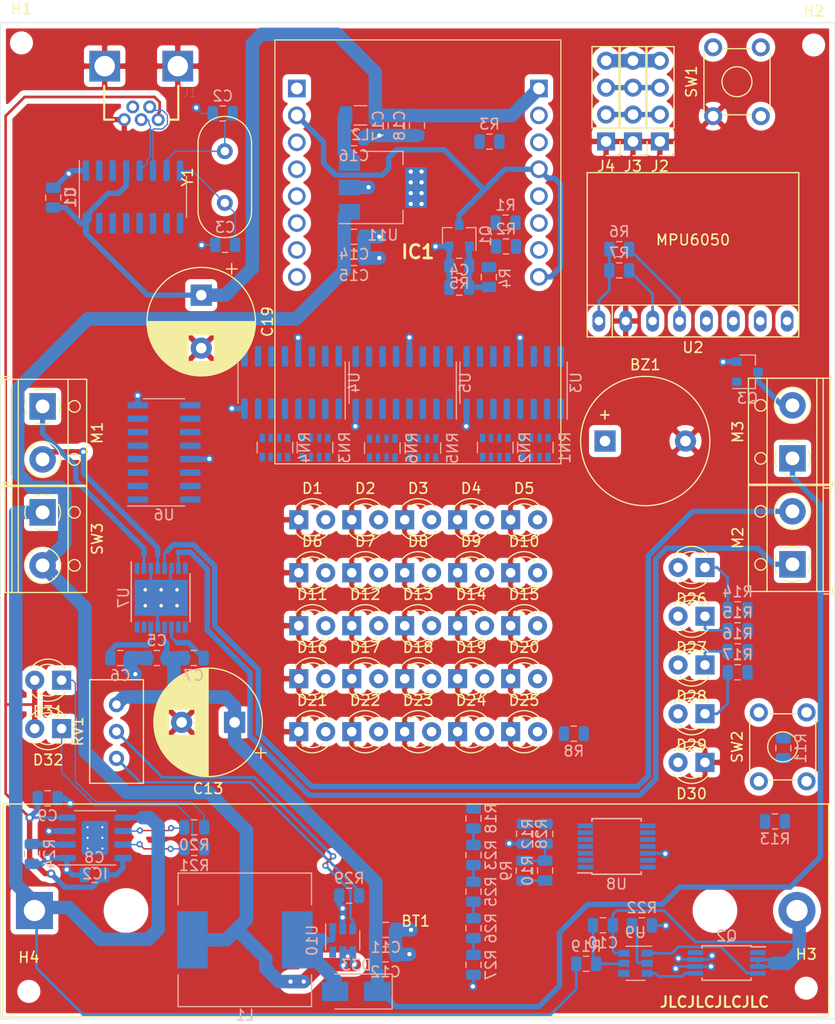
<source format=kicad_pcb>
(kicad_pcb (version 20171130) (host pcbnew "(5.1.5)-3")
  (layers (0 F.Cu signal) (31 B.Cu signal) (34 B.Paste user) (35 F.Paste user) (36 B.SilkS user) (37 F.SilkS user) (38 B.Mask user) (39 F.Mask user) (44 Edge.Cuts user))
  (net 0 "")
  (net 1 "Net-(BT1-Pad1)")
  (net 2 "Net-(BT1-Pad2)")
  (net 3 GND)
  (net 4 "Net-(BZ1-Pad1)")
  (net 5 +3V3)
  (net 6 "Net-(C2-Pad1)")
  (net 7 "Net-(C3-Pad1)")
  (net 8 "Net-(C4-Pad1)")
  (net 9 VCC)
  (net 10 "Net-(C6-Pad1)")
  (net 11 "Net-(C7-Pad2)")
  (net 12 +5V)
  (net 13 "Net-(C10-Pad1)")
  (net 14 +BATT)
  (net 15 "Net-(C16-Pad1)")
  (net 16 "Net-(D1-Pad2)")
  (net 17 "Net-(D2-Pad2)")
  (net 18 "Net-(D3-Pad2)")
  (net 19 "Net-(D4-Pad2)")
  (net 20 "Net-(D5-Pad2)")
  (net 21 "Net-(D6-Pad2)")
  (net 22 "Net-(D7-Pad2)")
  (net 23 "Net-(D8-Pad2)")
  (net 24 "Net-(D9-Pad2)")
  (net 25 "Net-(D10-Pad2)")
  (net 26 "Net-(D11-Pad2)")
  (net 27 "Net-(D12-Pad2)")
  (net 28 "Net-(D13-Pad2)")
  (net 29 "Net-(D14-Pad2)")
  (net 30 "Net-(D15-Pad2)")
  (net 31 "Net-(D16-Pad2)")
  (net 32 "Net-(D17-Pad2)")
  (net 33 "Net-(D18-Pad2)")
  (net 34 "Net-(D19-Pad2)")
  (net 35 "Net-(D20-Pad2)")
  (net 36 "Net-(D21-Pad2)")
  (net 37 "Net-(D22-Pad2)")
  (net 38 "Net-(D23-Pad2)")
  (net 39 "Net-(D24-Pad2)")
  (net 40 "Net-(D25-Pad2)")
  (net 41 "Net-(D26-Pad2)")
  (net 42 "Net-(D26-Pad1)")
  (net 43 "Net-(D27-Pad1)")
  (net 44 "Net-(D28-Pad1)")
  (net 45 "Net-(D29-Pad1)")
  (net 46 "Net-(D30-Pad2)")
  (net 47 "Net-(D31-Pad1)")
  (net 48 "Net-(D32-Pad1)")
  (net 49 "Net-(D33-Pad2)")
  (net 50 "Net-(IC1-Pad12)")
  (net 51 REG_LATCH)
  (net 52 SCL)
  (net 53 REG_DAT)
  (net 54 REG_CLK)
  (net 55 SDA)
  (net 56 DTR)
  (net 57 Serial_TX)
  (net 58 Serial_RX)
  (net 59 "Net-(IC2-Pad7)")
  (net 60 "Net-(IC2-Pad6)")
  (net 61 "Net-(IC2-Pad2)")
  (net 62 /D+)
  (net 63 /D-)
  (net 64 "Net-(M1-Pad2)")
  (net 65 "Net-(M1-Pad1)")
  (net 66 "Net-(M2-Pad2)")
  (net 67 "Net-(M2-Pad1)")
  (net 68 "Net-(Q2-Pad1)")
  (net 69 "Net-(Q2-Pad5)")
  (net 70 "Net-(Q2-Pad4)")
  (net 71 "Net-(R1-Pad2)")
  (net 72 "Net-(R2-Pad2)")
  (net 73 "Net-(R3-Pad2)")
  (net 74 RTS)
  (net 75 "Net-(R8-Pad2)")
  (net 76 "Net-(R10-Pad1)")
  (net 77 "Net-(R12-Pad1)")
  (net 78 "Net-(R13-Pad1)")
  (net 79 "Net-(R14-Pad1)")
  (net 80 "Net-(R15-Pad1)")
  (net 81 "Net-(R16-Pad1)")
  (net 82 "Net-(R17-Pad1)")
  (net 83 "Net-(R18-Pad1)")
  (net 84 "Net-(R22-Pad2)")
  (net 85 "Net-(R23-Pad1)")
  (net 86 "Net-(R25-Pad1)")
  (net 87 "Net-(R26-Pad1)")
  (net 88 "Net-(R29-Pad1)")
  (net 89 "Net-(RV1-Pad2)")
  (net 90 "Net-(U3-Pad9)")
  (net 91 "Net-(U4-Pad9)")
  (net 92 "Net-(U5-Pad9)")
  (net 93 "Net-(U6-Pad7)")
  (net 94 "Net-(U6-Pad6)")
  (net 95 "Net-(U6-Pad5)")
  (net 96 "Net-(U6-Pad4)")
  (net 97 "Net-(U6-Pad3)")
  (net 98 "Net-(M3-Pad2)")
  (net 99 "Net-(Q3-Pad1)")
  (net 100 "Net-(RN1-Pad5)")
  (net 101 "Net-(RN1-Pad6)")
  (net 102 "Net-(RN1-Pad8)")
  (net 103 "Net-(RN1-Pad7)")
  (net 104 "Net-(RN2-Pad5)")
  (net 105 "Net-(RN2-Pad6)")
  (net 106 "Net-(RN2-Pad8)")
  (net 107 "Net-(RN2-Pad7)")
  (net 108 "Net-(RN3-Pad5)")
  (net 109 "Net-(RN3-Pad6)")
  (net 110 "Net-(RN3-Pad8)")
  (net 111 "Net-(RN3-Pad7)")
  (net 112 "Net-(RN4-Pad5)")
  (net 113 "Net-(RN4-Pad6)")
  (net 114 "Net-(RN4-Pad8)")
  (net 115 "Net-(RN4-Pad7)")
  (net 116 "Net-(RN5-Pad5)")
  (net 117 "Net-(RN5-Pad6)")
  (net 118 "Net-(RN5-Pad8)")
  (net 119 "Net-(RN5-Pad7)")
  (net 120 "Net-(RN6-Pad5)")
  (net 121 "Net-(RN6-Pad6)")
  (net 122 "Net-(RN6-Pad8)")
  (net 123 "Net-(RN6-Pad7)")
  (module TrackRay_Library:ESP32-CAM (layer F.Cu) (at 28 6.2)
    (fp_text reference IC1 (at 11.43 15.42) (layer F.SilkS) (effects (font (size 1.27 1.27) (thickness 0.254))))
    (fp_text value ESP32-CAM hide)
    (pad 1 thru_hole rect (at 0 0) (size 1.665 1.665) (drill 1.11) (layers *.Cu *.Mask))
    (pad 2 thru_hole circle (at 0 2.54) (size 1.665 1.665) (drill 1.11) (layers *.Cu *.Mask) (net 50 "Net-(IC1-Pad12)"))
    (pad 3 thru_hole circle (at 0 5.08) (size 1.665 1.665) (drill 1.11) (layers *.Cu *.Mask) (net 51 REG_LATCH))
    (pad 4 thru_hole circle (at 0 7.62) (size 1.665 1.665) (drill 1.11) (layers *.Cu *.Mask) (net 52 SCL))
    (pad 5 thru_hole circle (at 0 10.16) (size 1.665 1.665) (drill 1.11) (layers *.Cu *.Mask) (net 53 REG_DAT))
    (pad 6 thru_hole circle (at 0 12.7) (size 1.665 1.665) (drill 1.11) (layers *.Cu *.Mask) (net 54 REG_CLK))
    (pad 7 thru_hole circle (at 0 15.24) (size 1.665 1.665) (drill 1.11) (layers *.Cu *.Mask) (net 55 SDA))
    (pad 8 thru_hole circle (at 0 17.78) (size 1.665 1.665) (drill 1.11) (layers *.Cu *.Mask))
    (pad 9 thru_hole rect (at 22.86 0) (size 1.665 1.665) (drill 1.11) (layers *.Cu *.Mask) (net 5 +3V3))
    (pad 10 thru_hole circle (at 22.86 2.54) (size 1.665 1.665) (drill 1.11) (layers *.Cu *.Mask))
    (pad 11 thru_hole circle (at 22.86 5.08) (size 1.665 1.665) (drill 1.11) (layers *.Cu *.Mask) (net 56 DTR))
    (pad 12 thru_hole circle (at 22.86 7.62) (size 1.665 1.665) (drill 1.11) (layers *.Cu *.Mask) (net 50 "Net-(IC1-Pad12)"))
    (pad 13 thru_hole circle (at 22.86 10.16) (size 1.665 1.665) (drill 1.11) (layers *.Cu *.Mask))
    (pad 14 thru_hole circle (at 22.86 12.7) (size 1.665 1.665) (drill 1.11) (layers *.Cu *.Mask) (net 57 Serial_TX))
    (pad 15 thru_hole circle (at 22.86 15.24) (size 1.665 1.665) (drill 1.11) (layers *.Cu *.Mask) (net 58 Serial_RX))
    (pad 16 thru_hole circle (at 22.86 17.78) (size 1.665 1.665) (drill 1.11) (layers *.Cu *.Mask) (net 50 "Net-(IC1-Pad12)"))
  )
  (module Battery:BatteryHolder_MPD_BH-18650-PC2 (layer F.Cu) (at 3.2258 83.7692)
    (fp_text reference BT1 (at 36 1) (layer F.SilkS))
    (fp_text value 18650)
    (pad 2 thru_hole circle (at 72 0) (size 3.5 3.5) (drill 2) (layers *.Cu *.Mask) (net 2 "Net-(BT1-Pad2)"))
    (pad 1 thru_hole rect (at 0 0) (size 3.5 3.5) (drill 2) (layers *.Cu *.Mask) (net 1 "Net-(BT1-Pad1)"))
    (pad "" np_thru_hole circle (at 8.645 0) (size 3.2 3.2) (drill 3.2) (layers *.Cu *.Mask))
    (pad "" np_thru_hole circle (at 64.255 0) (size 3.2 3.2) (drill 3.2) (layers *.Cu *.Mask))
  )
  (module Capacitor_SMD:C_0805_2012Metric (layer B.Cu) (at 36.3982 85.598)
    (fp_text reference C11 (at 0 1.65) (layer B.SilkS) (effects (justify mirror)))
    (fp_text value 100n)
    (pad 2 smd roundrect (at 0.9375 0) (size 0.975 1.4) (layers B.Cu B.Paste B.Mask) (net 3 GND))
    (pad 1 smd roundrect (at -0.9375 0) (size 0.975 1.4) (layers B.Cu B.Paste B.Mask) (net 9 VCC))
  )
  (module Capacitor_SMD:C_0805_2012Metric (layer B.Cu) (at 36.3728 87.9094)
    (fp_text reference C12 (at 0 1.65) (layer B.SilkS) (effects (justify mirror)))
    (fp_text value 10u)
    (pad 2 smd roundrect (at 0.9375 0) (size 0.975 1.4) (layers B.Cu B.Paste B.Mask) (net 3 GND))
    (pad 1 smd roundrect (at -0.9375 0) (size 0.975 1.4) (layers B.Cu B.Paste B.Mask) (net 9 VCC))
  )
  (module Resistor_SMD:R_0805_2012Metric (layer B.Cu) (at 2.9972 78.4352 90)
    (fp_text reference R24 (at 0 1.65 90) (layer B.SilkS) (effects (justify mirror)))
    (fp_text value 1K2)
    (pad 2 smd roundrect (at 0.9375 0 90) (size 0.975 1.4) (layers B.Cu B.Paste B.Mask) (net 61 "Net-(IC2-Pad2)"))
    (pad 1 smd roundrect (at -0.9375 0 90) (size 0.975 1.4) (layers B.Cu B.Paste B.Mask) (net 3 GND))
  )
  (module Resistor_SMD:R_0805_2012Metric (layer B.Cu) (at 60.579 85.1662 180)
    (fp_text reference R22 (at 0 1.65) (layer B.SilkS) (effects (justify mirror)))
    (fp_text value 1K)
    (pad 2 smd roundrect (at 0.9375 0 180) (size 0.975 1.4) (layers B.Cu B.Paste B.Mask) (net 84 "Net-(R22-Pad2)"))
    (pad 1 smd roundrect (at -0.9375 0 180) (size 0.975 1.4) (layers B.Cu B.Paste B.Mask) (net 3 GND))
  )
  (module Resistor_SMD:R_0805_2012Metric (layer B.Cu) (at 55.3212 88.7984 180)
    (fp_text reference R19 (at 0 1.65) (layer B.SilkS) (effects (justify mirror)))
    (fp_text value 100R)
    (pad 2 smd roundrect (at 0.9375 0 180) (size 0.975 1.4) (layers B.Cu B.Paste B.Mask) (net 1 "Net-(BT1-Pad1)"))
    (pad 1 smd roundrect (at -0.9375 0 180) (size 0.975 1.4) (layers B.Cu B.Paste B.Mask) (net 13 "Net-(C10-Pad1)"))
  )
  (module Connector_PinHeader_2.54mm:PinHeader_1x04_P2.54mm_Vertical (layer F.Cu) (at 57.2008 11.2014 180)
    (fp_text reference J4 (at 0 -2.33) (layer F.SilkS))
    (fp_text value Conn_01x04_Male)
    (pad 4 thru_hole oval (at 0 7.62 180) (size 1.7 1.7) (drill 1) (layers *.Cu *.Mask) (net 5 +3V3))
    (pad 3 thru_hole oval (at 0 5.08 180) (size 1.7 1.7) (drill 1) (layers *.Cu *.Mask) (net 52 SCL))
    (pad 2 thru_hole oval (at 0 2.54 180) (size 1.7 1.7) (drill 1) (layers *.Cu *.Mask) (net 55 SDA))
    (pad 1 thru_hole rect (at 0 0 180) (size 1.7 1.7) (drill 1) (layers *.Cu *.Mask) (net 3 GND))
  )
  (module Connector_PinHeader_2.54mm:PinHeader_1x04_P2.54mm_Vertical (layer F.Cu) (at 59.7408 11.2014 180)
    (fp_text reference J3 (at 0 -2.33) (layer F.SilkS))
    (fp_text value Conn_01x04_Male)
    (pad 4 thru_hole oval (at 0 7.62 180) (size 1.7 1.7) (drill 1) (layers *.Cu *.Mask) (net 5 +3V3))
    (pad 3 thru_hole oval (at 0 5.08 180) (size 1.7 1.7) (drill 1) (layers *.Cu *.Mask) (net 52 SCL))
    (pad 2 thru_hole oval (at 0 2.54 180) (size 1.7 1.7) (drill 1) (layers *.Cu *.Mask) (net 55 SDA))
    (pad 1 thru_hole rect (at 0 0 180) (size 1.7 1.7) (drill 1) (layers *.Cu *.Mask) (net 3 GND))
  )
  (module Connector_PinHeader_2.54mm:PinHeader_1x04_P2.54mm_Vertical (layer F.Cu) (at 62.2808 11.2014 180)
    (fp_text reference J2 (at 0 -2.33) (layer F.SilkS))
    (fp_text value Conn_01x04_Male)
    (pad 4 thru_hole oval (at 0 7.62 180) (size 1.7 1.7) (drill 1) (layers *.Cu *.Mask) (net 5 +3V3))
    (pad 3 thru_hole oval (at 0 5.08 180) (size 1.7 1.7) (drill 1) (layers *.Cu *.Mask) (net 52 SCL))
    (pad 2 thru_hole oval (at 0 2.54 180) (size 1.7 1.7) (drill 1) (layers *.Cu *.Mask) (net 55 SDA))
    (pad 1 thru_hole rect (at 0 0 180) (size 1.7 1.7) (drill 1) (layers *.Cu *.Mask) (net 3 GND))
  )
  (module TrackRay_Library:JLCPCB_ToolingHole (layer F.Cu) (at 2.7 91.4)
    (fp_text reference H4 (at 0 -3.2) (layer F.SilkS))
    (fp_text value MountingHole_JLCPCB)
    (pad "" np_thru_hole circle (at 0 0) (size 1.152 1.152) (drill 1.152) (layers *.Cu *.Mask) (clearance 0.248))
  )
  (module LED_THT:LED_D3.0mm (layer F.Cu) (at 48.1884 66.8994)
    (fp_text reference D25 (at 1.27 -2.96) (layer F.SilkS))
    (fp_text value LED)
    (pad 2 thru_hole circle (at 2.54 0) (size 1.8 1.8) (drill 0.9) (layers *.Cu *.Mask) (net 40 "Net-(D25-Pad2)"))
    (pad 1 thru_hole rect (at 0 0) (size 1.8 1.8) (drill 0.9) (layers *.Cu *.Mask) (net 3 GND))
  )
  (module LED_THT:LED_D3.0mm (layer F.Cu) (at 28.1884 66.8994)
    (fp_text reference D21 (at 1.27 -2.96) (layer F.SilkS))
    (fp_text value LED)
    (pad 2 thru_hole circle (at 2.54 0) (size 1.8 1.8) (drill 0.9) (layers *.Cu *.Mask) (net 36 "Net-(D21-Pad2)"))
    (pad 1 thru_hole rect (at 0 0) (size 1.8 1.8) (drill 0.9) (layers *.Cu *.Mask) (net 3 GND))
  )
  (module LED_THT:LED_D3.0mm (layer F.Cu) (at 48.1884 61.8994)
    (fp_text reference D20 (at 1.27 -2.96) (layer F.SilkS))
    (fp_text value LED)
    (pad 2 thru_hole circle (at 2.54 0) (size 1.8 1.8) (drill 0.9) (layers *.Cu *.Mask) (net 35 "Net-(D20-Pad2)"))
    (pad 1 thru_hole rect (at 0 0) (size 1.8 1.8) (drill 0.9) (layers *.Cu *.Mask) (net 3 GND))
  )
  (module LED_THT:LED_D3.0mm (layer F.Cu) (at 33.1884 66.8994)
    (fp_text reference D22 (at 1.27 -2.96) (layer F.SilkS))
    (fp_text value LED)
    (pad 2 thru_hole circle (at 2.54 0) (size 1.8 1.8) (drill 0.9) (layers *.Cu *.Mask) (net 37 "Net-(D22-Pad2)"))
    (pad 1 thru_hole rect (at 0 0) (size 1.8 1.8) (drill 0.9) (layers *.Cu *.Mask) (net 3 GND))
  )
  (module LED_THT:LED_D3.0mm (layer F.Cu) (at 43.1884 66.8994)
    (fp_text reference D24 (at 1.27 -2.96) (layer F.SilkS))
    (fp_text value LED)
    (pad 2 thru_hole circle (at 2.54 0) (size 1.8 1.8) (drill 0.9) (layers *.Cu *.Mask) (net 39 "Net-(D24-Pad2)"))
    (pad 1 thru_hole rect (at 0 0) (size 1.8 1.8) (drill 0.9) (layers *.Cu *.Mask) (net 3 GND))
  )
  (module LED_THT:LED_D3.0mm (layer F.Cu) (at 43.1884 61.8994)
    (fp_text reference D19 (at 1.27 -2.96) (layer F.SilkS))
    (fp_text value LED)
    (pad 2 thru_hole circle (at 2.54 0) (size 1.8 1.8) (drill 0.9) (layers *.Cu *.Mask) (net 34 "Net-(D19-Pad2)"))
    (pad 1 thru_hole rect (at 0 0) (size 1.8 1.8) (drill 0.9) (layers *.Cu *.Mask) (net 3 GND))
  )
  (module LED_THT:LED_D3.0mm (layer F.Cu) (at 38.1884 66.8994)
    (fp_text reference D23 (at 1.27 -2.96) (layer F.SilkS))
    (fp_text value LED)
    (pad 2 thru_hole circle (at 2.54 0) (size 1.8 1.8) (drill 0.9) (layers *.Cu *.Mask) (net 38 "Net-(D23-Pad2)"))
    (pad 1 thru_hole rect (at 0 0) (size 1.8 1.8) (drill 0.9) (layers *.Cu *.Mask) (net 3 GND))
  )
  (module LED_THT:LED_D3.0mm (layer F.Cu) (at 38.1884 61.8994)
    (fp_text reference D18 (at 1.27 -2.96) (layer F.SilkS))
    (fp_text value LED)
    (pad 2 thru_hole circle (at 2.54 0) (size 1.8 1.8) (drill 0.9) (layers *.Cu *.Mask) (net 33 "Net-(D18-Pad2)"))
    (pad 1 thru_hole rect (at 0 0) (size 1.8 1.8) (drill 0.9) (layers *.Cu *.Mask) (net 3 GND))
  )
  (module LED_THT:LED_D3.0mm (layer F.Cu) (at 33.1884 46.8994)
    (fp_text reference D2 (at 1.27 -2.96) (layer F.SilkS))
    (fp_text value LED)
    (pad 2 thru_hole circle (at 2.54 0) (size 1.8 1.8) (drill 0.9) (layers *.Cu *.Mask) (net 17 "Net-(D2-Pad2)"))
    (pad 1 thru_hole rect (at 0 0) (size 1.8 1.8) (drill 0.9) (layers *.Cu *.Mask) (net 3 GND))
  )
  (module LED_THT:LED_D3.0mm (layer F.Cu) (at 48.1884 56.8994)
    (fp_text reference D15 (at 1.27 -2.96) (layer F.SilkS))
    (fp_text value LED)
    (pad 2 thru_hole circle (at 2.54 0) (size 1.8 1.8) (drill 0.9) (layers *.Cu *.Mask) (net 30 "Net-(D15-Pad2)"))
    (pad 1 thru_hole rect (at 0 0) (size 1.8 1.8) (drill 0.9) (layers *.Cu *.Mask) (net 3 GND))
  )
  (module LED_THT:LED_D3.0mm (layer F.Cu) (at 28.1884 56.8994)
    (fp_text reference D11 (at 1.27 -2.96) (layer F.SilkS))
    (fp_text value LED)
    (pad 2 thru_hole circle (at 2.54 0) (size 1.8 1.8) (drill 0.9) (layers *.Cu *.Mask) (net 26 "Net-(D11-Pad2)"))
    (pad 1 thru_hole rect (at 0 0) (size 1.8 1.8) (drill 0.9) (layers *.Cu *.Mask) (net 3 GND))
  )
  (module LED_THT:LED_D3.0mm (layer F.Cu) (at 33.1884 61.8994)
    (fp_text reference D17 (at 1.27 -2.96) (layer F.SilkS))
    (fp_text value LED)
    (pad 2 thru_hole circle (at 2.54 0) (size 1.8 1.8) (drill 0.9) (layers *.Cu *.Mask) (net 32 "Net-(D17-Pad2)"))
    (pad 1 thru_hole rect (at 0 0) (size 1.8 1.8) (drill 0.9) (layers *.Cu *.Mask) (net 3 GND))
  )
  (module LED_THT:LED_D3.0mm (layer F.Cu) (at 33.1884 51.8994)
    (fp_text reference D7 (at 1.27 -2.96) (layer F.SilkS))
    (fp_text value LED)
    (pad 2 thru_hole circle (at 2.54 0) (size 1.8 1.8) (drill 0.9) (layers *.Cu *.Mask) (net 22 "Net-(D7-Pad2)"))
    (pad 1 thru_hole rect (at 0 0) (size 1.8 1.8) (drill 0.9) (layers *.Cu *.Mask) (net 3 GND))
  )
  (module LED_THT:LED_D3.0mm (layer F.Cu) (at 48.1884 46.8994)
    (fp_text reference D5 (at 1.27 -2.96) (layer F.SilkS))
    (fp_text value LED)
    (pad 2 thru_hole circle (at 2.54 0) (size 1.8 1.8) (drill 0.9) (layers *.Cu *.Mask) (net 20 "Net-(D5-Pad2)"))
    (pad 1 thru_hole rect (at 0 0) (size 1.8 1.8) (drill 0.9) (layers *.Cu *.Mask) (net 3 GND))
  )
  (module LED_THT:LED_D3.0mm (layer F.Cu) (at 38.1884 46.8994)
    (fp_text reference D3 (at 1.27 -2.96) (layer F.SilkS))
    (fp_text value LED)
    (pad 2 thru_hole circle (at 2.54 0) (size 1.8 1.8) (drill 0.9) (layers *.Cu *.Mask) (net 18 "Net-(D3-Pad2)"))
    (pad 1 thru_hole rect (at 0 0) (size 1.8 1.8) (drill 0.9) (layers *.Cu *.Mask) (net 3 GND))
  )
  (module LED_THT:LED_D3.0mm (layer F.Cu) (at 33.1884 56.8994)
    (fp_text reference D12 (at 1.27 -2.96) (layer F.SilkS))
    (fp_text value LED)
    (pad 2 thru_hole circle (at 2.54 0) (size 1.8 1.8) (drill 0.9) (layers *.Cu *.Mask) (net 27 "Net-(D12-Pad2)"))
    (pad 1 thru_hole rect (at 0 0) (size 1.8 1.8) (drill 0.9) (layers *.Cu *.Mask) (net 3 GND))
  )
  (module LED_THT:LED_D3.0mm (layer F.Cu) (at 43.1884 56.8994)
    (fp_text reference D14 (at 1.27 -2.96) (layer F.SilkS))
    (fp_text value LED)
    (pad 2 thru_hole circle (at 2.54 0) (size 1.8 1.8) (drill 0.9) (layers *.Cu *.Mask) (net 29 "Net-(D14-Pad2)"))
    (pad 1 thru_hole rect (at 0 0) (size 1.8 1.8) (drill 0.9) (layers *.Cu *.Mask) (net 3 GND))
  )
  (module LED_THT:LED_D3.0mm (layer F.Cu) (at 43.1884 51.8994)
    (fp_text reference D9 (at 1.27 -2.96) (layer F.SilkS))
    (fp_text value LED)
    (pad 2 thru_hole circle (at 2.54 0) (size 1.8 1.8) (drill 0.9) (layers *.Cu *.Mask) (net 24 "Net-(D9-Pad2)"))
    (pad 1 thru_hole rect (at 0 0) (size 1.8 1.8) (drill 0.9) (layers *.Cu *.Mask) (net 3 GND))
  )
  (module LED_THT:LED_D3.0mm (layer F.Cu) (at 28.1884 61.8994)
    (fp_text reference D16 (at 1.27 -2.96) (layer F.SilkS))
    (fp_text value LED)
    (pad 2 thru_hole circle (at 2.54 0) (size 1.8 1.8) (drill 0.9) (layers *.Cu *.Mask) (net 31 "Net-(D16-Pad2)"))
    (pad 1 thru_hole rect (at 0 0) (size 1.8 1.8) (drill 0.9) (layers *.Cu *.Mask) (net 3 GND))
  )
  (module LED_THT:LED_D3.0mm (layer F.Cu) (at 38.1884 51.8994)
    (fp_text reference D8 (at 1.27 -2.96) (layer F.SilkS))
    (fp_text value LED)
    (pad 2 thru_hole circle (at 2.54 0) (size 1.8 1.8) (drill 0.9) (layers *.Cu *.Mask) (net 23 "Net-(D8-Pad2)"))
    (pad 1 thru_hole rect (at 0 0) (size 1.8 1.8) (drill 0.9) (layers *.Cu *.Mask) (net 3 GND))
  )
  (module LED_THT:LED_D3.0mm (layer F.Cu) (at 43.1884 46.8994)
    (fp_text reference D4 (at 1.27 -2.96) (layer F.SilkS))
    (fp_text value LED)
    (pad 2 thru_hole circle (at 2.54 0) (size 1.8 1.8) (drill 0.9) (layers *.Cu *.Mask) (net 19 "Net-(D4-Pad2)"))
    (pad 1 thru_hole rect (at 0 0) (size 1.8 1.8) (drill 0.9) (layers *.Cu *.Mask) (net 3 GND))
  )
  (module LED_THT:LED_D3.0mm (layer F.Cu) (at 38.1884 56.8994)
    (fp_text reference D13 (at 1.27 -2.96) (layer F.SilkS))
    (fp_text value LED)
    (pad 2 thru_hole circle (at 2.54 0) (size 1.8 1.8) (drill 0.9) (layers *.Cu *.Mask) (net 28 "Net-(D13-Pad2)"))
    (pad 1 thru_hole rect (at 0 0) (size 1.8 1.8) (drill 0.9) (layers *.Cu *.Mask) (net 3 GND))
  )
  (module LED_THT:LED_D3.0mm (layer F.Cu) (at 48.1884 51.8994)
    (fp_text reference D10 (at 1.27 -2.96) (layer F.SilkS))
    (fp_text value LED)
    (pad 2 thru_hole circle (at 2.54 0) (size 1.8 1.8) (drill 0.9) (layers *.Cu *.Mask) (net 25 "Net-(D10-Pad2)"))
    (pad 1 thru_hole rect (at 0 0) (size 1.8 1.8) (drill 0.9) (layers *.Cu *.Mask) (net 3 GND))
  )
  (module LED_THT:LED_D3.0mm (layer F.Cu) (at 28.1884 51.8994)
    (fp_text reference D6 (at 1.27 -2.96) (layer F.SilkS))
    (fp_text value LED)
    (pad 2 thru_hole circle (at 2.54 0) (size 1.8 1.8) (drill 0.9) (layers *.Cu *.Mask) (net 21 "Net-(D6-Pad2)"))
    (pad 1 thru_hole rect (at 0 0) (size 1.8 1.8) (drill 0.9) (layers *.Cu *.Mask) (net 3 GND))
  )
  (module LED_THT:LED_D3.0mm (layer F.Cu) (at 28.1884 46.8994)
    (fp_text reference D1 (at 1.27 -2.96) (layer F.SilkS))
    (fp_text value LED)
    (pad 2 thru_hole circle (at 2.54 0) (size 1.8 1.8) (drill 0.9) (layers *.Cu *.Mask) (net 16 "Net-(D1-Pad2)"))
    (pad 1 thru_hole rect (at 0 0) (size 1.8 1.8) (drill 0.9) (layers *.Cu *.Mask) (net 3 GND))
  )
  (module Package_TO_SOT_SMD:SOT-23 (layer B.Cu) (at 70.5452 32.9336)
    (fp_text reference Q3 (at 0 2.5) (layer B.SilkS) (effects (justify mirror)))
    (fp_text value Q_NMOS_GSD)
    (pad 3 smd rect (at 1 0) (size 0.9 0.8) (layers B.Cu B.Paste B.Mask) (net 98 "Net-(M3-Pad2)"))
    (pad 2 smd rect (at -1 -0.95) (size 0.9 0.8) (layers B.Cu B.Paste B.Mask) (net 3 GND))
    (pad 1 smd rect (at -1 0.95) (size 0.9 0.8) (layers B.Cu B.Paste B.Mask) (net 99 "Net-(Q3-Pad1)"))
  )
  (module TerminalBlock_RND:TerminalBlock_RND_205-00012_1x02_P5.00mm_Horizontal (layer F.Cu) (at 74.8 41.1024 90)
    (fp_text reference M3 (at 2.5 -5.16 90) (layer F.SilkS))
    (fp_text value Motor_DC)
    (pad 2 thru_hole circle (at 5 0 90) (size 2.5 2.5) (drill 1.3) (layers *.Cu *.Mask) (net 98 "Net-(M3-Pad2)"))
    (pad 1 thru_hole rect (at 0 0 90) (size 2.5 2.5) (drill 1.3) (layers *.Cu *.Mask) (net 9 VCC))
  )
  (module Inductor_SMD:L_1206_3216Metric (layer B.Cu) (at 34.0106 8.7376)
    (fp_text reference L2 (at 0 1.82) (layer B.SilkS) (effects (justify mirror)))
    (fp_text value "Ferrite_Bead 4.7uH")
    (pad 2 smd roundrect (at 1.4 0) (size 1.25 1.75) (layers B.Cu B.Paste B.Mask) (roundrect_rratio 0.2) (net 5 +3V3))
    (pad 1 smd roundrect (at -1.4 0) (size 1.25 1.75) (layers B.Cu B.Paste B.Mask) (roundrect_rratio 0.2) (net 15 "Net-(C16-Pad1)"))
  )
  (module Inductor_SMD:L_12x12mm_H6mm (layer B.Cu) (at 23.0886 86.5378)
    (fp_text reference L1 (at 0 7.1) (layer B.SilkS) (effects (justify mirror)))
    (fp_text value 22uH)
    (pad 2 smd rect (at 4.95 0) (size 2.9 5.4) (layers B.Cu B.Paste B.Mask) (net 49 "Net-(D33-Pad2)"))
    (pad 1 smd rect (at -4.95 0) (size 2.9 5.4) (layers B.Cu B.Paste B.Mask) (net 14 +BATT))
  )
  (module Crystal:Crystal_HC49-4H_Vertical (layer F.Cu) (at 21.2 17 90)
    (fp_text reference Y1 (at 2.44 -3.525 90) (layer F.SilkS))
    (fp_text value 12MHz)
    (pad 2 thru_hole circle (at 4.88 0 90) (size 1.5 1.5) (drill 0.8) (layers *.Cu *.Mask) (net 6 "Net-(C2-Pad1)"))
    (pad 1 thru_hole circle (at 0 0 90) (size 1.5 1.5) (drill 0.8) (layers *.Cu *.Mask) (net 7 "Net-(C3-Pad1)"))
  )
  (module Package_TO_SOT_SMD:SOT-223-3_TabPin2 (layer B.Cu) (at 36.1188 15.5448)
    (fp_text reference U11 (at 0 4.5) (layer B.SilkS) (effects (justify mirror)))
    (fp_text value AP7363-33)
    (pad 1 smd rect (at -3.15 2.3) (size 2 1.5) (layers B.Cu B.Paste B.Mask) (net 14 +BATT))
    (pad 3 smd rect (at -3.15 -2.3) (size 2 1.5) (layers B.Cu B.Paste B.Mask) (net 15 "Net-(C16-Pad1)"))
    (pad 2 smd rect (at -3.15 0) (size 2 1.5) (layers B.Cu B.Paste B.Mask) (net 3 GND))
    (pad 2 smd rect (at 3.15 0) (size 2 3.8) (layers B.Cu B.Paste B.Mask) (net 3 GND))
  )
  (module Package_TO_SOT_SMD:SOT-23-6 (layer B.Cu) (at 32.3342 86.5886 270)
    (fp_text reference U10 (at 0 2.9 90) (layer B.SilkS) (effects (justify mirror)))
    (fp_text value MT3608)
    (pad 5 smd rect (at 1.1 0 270) (size 1.06 0.65) (layers B.Cu B.Paste B.Mask) (net 14 +BATT))
    (pad 6 smd rect (at 1.1 0.95 270) (size 1.06 0.65) (layers B.Cu B.Paste B.Mask))
    (pad 4 smd rect (at 1.1 -0.95 270) (size 1.06 0.65) (layers B.Cu B.Paste B.Mask) (net 14 +BATT))
    (pad 3 smd rect (at -1.1 -0.95 270) (size 1.06 0.65) (layers B.Cu B.Paste B.Mask) (net 89 "Net-(RV1-Pad2)"))
    (pad 2 smd rect (at -1.1 0 270) (size 1.06 0.65) (layers B.Cu B.Paste B.Mask) (net 3 GND))
    (pad 1 smd rect (at -1.1 0.95 270) (size 1.06 0.65) (layers B.Cu B.Paste B.Mask) (net 49 "Net-(D33-Pad2)"))
  )
  (module Package_TO_SOT_SMD:SOT-23-6 (layer B.Cu) (at 59.9694 88.7476 180)
    (fp_text reference U9 (at 0 2.9) (layer B.SilkS) (effects (justify mirror)))
    (fp_text value FS312)
    (pad 5 smd rect (at 1.1 0 180) (size 1.06 0.65) (layers B.Cu B.Paste B.Mask) (net 13 "Net-(C10-Pad1)"))
    (pad 6 smd rect (at 1.1 0.95 180) (size 1.06 0.65) (layers B.Cu B.Paste B.Mask) (net 2 "Net-(BT1-Pad2)"))
    (pad 4 smd rect (at 1.1 -0.95 180) (size 1.06 0.65) (layers B.Cu B.Paste B.Mask))
    (pad 3 smd rect (at -1.1 -0.95 180) (size 1.06 0.65) (layers B.Cu B.Paste B.Mask) (net 69 "Net-(Q2-Pad5)"))
    (pad 2 smd rect (at -1.1 0 180) (size 1.06 0.65) (layers B.Cu B.Paste B.Mask) (net 84 "Net-(R22-Pad2)"))
    (pad 1 smd rect (at -1.1 0.95 180) (size 1.06 0.65) (layers B.Cu B.Paste B.Mask) (net 70 "Net-(Q2-Pad4)"))
  )
  (module Package_SO:TSSOP-14_4.4x5mm_P0.65mm (layer B.Cu) (at 58.1914 77.724)
    (fp_text reference U8 (at 0 3.55) (layer B.SilkS) (effects (justify mirror)))
    (fp_text value LM339)
    (pad 14 smd rect (at 2.95 1.95) (size 1.45 0.45) (layers B.Cu B.Paste B.Mask) (net 82 "Net-(R17-Pad1)"))
    (pad 13 smd rect (at 2.95 1.3) (size 1.45 0.45) (layers B.Cu B.Paste B.Mask) (net 81 "Net-(R16-Pad1)"))
    (pad 12 smd rect (at 2.95 0.65) (size 1.45 0.45) (layers B.Cu B.Paste B.Mask) (net 3 GND))
    (pad 11 smd rect (at 2.95 0) (size 1.45 0.45) (layers B.Cu B.Paste B.Mask) (net 85 "Net-(R23-Pad1)"))
    (pad 10 smd rect (at 2.95 -0.65) (size 1.45 0.45) (layers B.Cu B.Paste B.Mask))
    (pad 9 smd rect (at 2.95 -1.3) (size 1.45 0.45) (layers B.Cu B.Paste B.Mask) (net 86 "Net-(R25-Pad1)"))
    (pad 8 smd rect (at 2.95 -1.95) (size 1.45 0.45) (layers B.Cu B.Paste B.Mask) (net 77 "Net-(R12-Pad1)"))
    (pad 7 smd rect (at -2.95 -1.95) (size 1.45 0.45) (layers B.Cu B.Paste B.Mask) (net 83 "Net-(R18-Pad1)"))
    (pad 6 smd rect (at -2.95 -1.3) (size 1.45 0.45) (layers B.Cu B.Paste B.Mask) (net 77 "Net-(R12-Pad1)"))
    (pad 5 smd rect (at -2.95 -0.65) (size 1.45 0.45) (layers B.Cu B.Paste B.Mask) (net 78 "Net-(R13-Pad1)"))
    (pad 4 smd rect (at -2.95 0) (size 1.45 0.45) (layers B.Cu B.Paste B.Mask) (net 77 "Net-(R12-Pad1)"))
    (pad 3 smd rect (at -2.95 0.65) (size 1.45 0.45) (layers B.Cu B.Paste B.Mask) (net 41 "Net-(D26-Pad2)"))
    (pad 2 smd rect (at -2.95 1.3) (size 1.45 0.45) (layers B.Cu B.Paste B.Mask) (net 79 "Net-(R14-Pad1)"))
    (pad 1 smd rect (at -2.95 1.95) (size 1.45 0.45) (layers B.Cu B.Paste B.Mask) (net 80 "Net-(R15-Pad1)"))
  )
  (module Package_SO:HTSSOP-16-1EP_4.4x5mm_P0.65mm_EP3.4x5mm_Mask2.46x2.31mm_ThermalVias (layer B.Cu) (at 15.1892 54.2544 270)
    (fp_text reference U7 (at 0 3.55 90) (layer B.SilkS) (effects (justify mirror)))
    (fp_text value DRV8833PWP)
    (pad 17 thru_hole circle (at 0.75 -1.5 270) (size 0.75 0.75) (drill 0.33) (layers *.Cu) (net 3 GND))
    (pad 17 thru_hole circle (at -0.75 -1.5 270) (size 0.75 0.75) (drill 0.33) (layers *.Cu) (net 3 GND))
    (pad 17 thru_hole circle (at 0.75 0 270) (size 0.75 0.75) (drill 0.33) (layers *.Cu) (net 3 GND))
    (pad 17 thru_hole circle (at -0.75 0 270) (size 0.75 0.75) (drill 0.33) (layers *.Cu) (net 3 GND))
    (pad 17 thru_hole circle (at 0.75 1.5 270) (size 0.75 0.75) (drill 0.33) (layers *.Cu) (net 3 GND))
    (pad 17 thru_hole circle (at -0.75 1.5 270) (size 0.75 0.75) (drill 0.33) (layers *.Cu) (net 3 GND))
    (pad 17 smd rect (at 0 0 270) (size 3.4 5) (layers B.Cu) (net 3 GND))
    (pad 16 smd rect (at 2.775 2.275 270) (size 1.05 0.45) (layers B.Cu B.Paste B.Mask) (net 96 "Net-(U6-Pad4)"))
    (pad 15 smd rect (at 2.775 1.625 270) (size 1.05 0.45) (layers B.Cu B.Paste B.Mask) (net 95 "Net-(U6-Pad5)"))
    (pad 14 smd rect (at 2.775 0.975 270) (size 1.05 0.45) (layers B.Cu B.Paste B.Mask) (net 10 "Net-(C6-Pad1)"))
    (pad 13 smd rect (at 2.775 0.325 270) (size 1.05 0.45) (layers B.Cu B.Paste B.Mask) (net 3 GND))
    (pad 12 smd rect (at 2.775 -0.325 270) (size 1.05 0.45) (layers B.Cu B.Paste B.Mask) (net 9 VCC))
    (pad 11 smd rect (at 2.775 -0.975 270) (size 1.05 0.45) (layers B.Cu B.Paste B.Mask) (net 11 "Net-(C7-Pad2)"))
    (pad 10 smd rect (at 2.775 -1.625 270) (size 1.05 0.45) (layers B.Cu B.Paste B.Mask) (net 93 "Net-(U6-Pad7)"))
    (pad 9 smd rect (at 2.775 -2.275 270) (size 1.05 0.45) (layers B.Cu B.Paste B.Mask) (net 94 "Net-(U6-Pad6)"))
    (pad 8 smd rect (at -2.775 -2.275 270) (size 1.05 0.45) (layers B.Cu B.Paste B.Mask))
    (pad 7 smd rect (at -2.775 -1.625 270) (size 1.05 0.45) (layers B.Cu B.Paste B.Mask) (net 67 "Net-(M2-Pad1)"))
    (pad 6 smd rect (at -2.775 -0.975 270) (size 1.05 0.45) (layers B.Cu B.Paste B.Mask) (net 3 GND))
    (pad 5 smd rect (at -2.775 -0.325 270) (size 1.05 0.45) (layers B.Cu B.Paste B.Mask) (net 66 "Net-(M2-Pad2)"))
    (pad 4 smd rect (at -2.775 0.325 270) (size 1.05 0.45) (layers B.Cu B.Paste B.Mask) (net 64 "Net-(M1-Pad2)"))
    (pad 3 smd rect (at -2.775 0.975 270) (size 1.05 0.45) (layers B.Cu B.Paste B.Mask) (net 3 GND))
    (pad 2 smd rect (at -2.775 1.625 270) (size 1.05 0.45) (layers B.Cu B.Paste B.Mask) (net 65 "Net-(M1-Pad1)"))
    (pad 1 smd rect (at -2.775 2.275 270) (size 1.05 0.45) (layers B.Cu B.Paste B.Mask) (net 97 "Net-(U6-Pad3)"))
    (pad 17 smd rect (at 0 0 270) (size 3.4 5) (layers F.Cu) (net 3 GND))
  )
  (module Package_SO:SOIC-16_3.9x9.9mm_P1.27mm (layer B.Cu) (at 15.4686 40.5384)
    (fp_text reference U6 (at 0 5.9) (layer B.SilkS) (effects (justify mirror)))
    (fp_text value 74HC595)
    (pad 16 smd roundrect (at 2.475 4.445) (size 1.95 0.6) (layers B.Cu B.Paste B.Mask) (net 14 +BATT))
    (pad 15 smd roundrect (at 2.475 3.175) (size 1.95 0.6) (layers B.Cu B.Paste B.Mask) (net 75 "Net-(R8-Pad2)"))
    (pad 14 smd roundrect (at 2.475 1.905) (size 1.95 0.6) (layers B.Cu B.Paste B.Mask) (net 92 "Net-(U5-Pad9)"))
    (pad 13 smd roundrect (at 2.475 0.635) (size 1.95 0.6) (layers B.Cu B.Paste B.Mask) (net 3 GND))
    (pad 12 smd roundrect (at 2.475 -0.635) (size 1.95 0.6) (layers B.Cu B.Paste B.Mask) (net 51 REG_LATCH))
    (pad 11 smd roundrect (at 2.475 -1.905) (size 1.95 0.6) (layers B.Cu B.Paste B.Mask) (net 54 REG_CLK))
    (pad 10 smd roundrect (at 2.475 -3.175) (size 1.95 0.6) (layers B.Cu B.Paste B.Mask) (net 14 +BATT))
    (pad 9 smd roundrect (at 2.475 -4.445) (size 1.95 0.6) (layers B.Cu B.Paste B.Mask))
    (pad 8 smd roundrect (at -2.475 -4.445) (size 1.95 0.6) (layers B.Cu B.Paste B.Mask) (net 3 GND))
    (pad 7 smd roundrect (at -2.475 -3.175) (size 1.95 0.6) (layers B.Cu B.Paste B.Mask) (net 93 "Net-(U6-Pad7)"))
    (pad 6 smd roundrect (at -2.475 -1.905) (size 1.95 0.6) (layers B.Cu B.Paste B.Mask) (net 94 "Net-(U6-Pad6)"))
    (pad 5 smd roundrect (at -2.475 -0.635) (size 1.95 0.6) (layers B.Cu B.Paste B.Mask) (net 95 "Net-(U6-Pad5)"))
    (pad 4 smd roundrect (at -2.475 0.635) (size 1.95 0.6) (layers B.Cu B.Paste B.Mask) (net 96 "Net-(U6-Pad4)"))
    (pad 3 smd roundrect (at -2.475 1.905) (size 1.95 0.6) (layers B.Cu B.Paste B.Mask) (net 97 "Net-(U6-Pad3)"))
    (pad 2 smd roundrect (at -2.475 3.175) (size 1.95 0.6) (layers B.Cu B.Paste B.Mask) (net 4 "Net-(BZ1-Pad1)"))
    (pad 1 smd roundrect (at -2.475 4.445) (size 1.95 0.6) (layers B.Cu B.Paste B.Mask) (net 99 "Net-(Q3-Pad1)"))
  )
  (module Package_SO:SOIC-16_3.9x9.9mm_P1.27mm (layer B.Cu) (at 37.9984 33.9598 90)
    (fp_text reference U5 (at 0 5.9 90) (layer B.SilkS) (effects (justify mirror)))
    (fp_text value 74HC595)
    (pad 1 smd roundrect (at -2.475 4.445 90) (size 1.95 0.6) (layers B.Cu B.Paste B.Mask) (net 119 "Net-(RN5-Pad7)"))
    (pad 2 smd roundrect (at -2.475 3.175 90) (size 1.95 0.6) (layers B.Cu B.Paste B.Mask) (net 117 "Net-(RN5-Pad6)"))
    (pad 3 smd roundrect (at -2.475 1.905 90) (size 1.95 0.6) (layers B.Cu B.Paste B.Mask) (net 116 "Net-(RN5-Pad5)"))
    (pad 4 smd roundrect (at -2.475 0.635 90) (size 1.95 0.6) (layers B.Cu B.Paste B.Mask) (net 122 "Net-(RN6-Pad8)"))
    (pad 5 smd roundrect (at -2.475 -0.635 90) (size 1.95 0.6) (layers B.Cu B.Paste B.Mask) (net 123 "Net-(RN6-Pad7)"))
    (pad 6 smd roundrect (at -2.475 -1.905 90) (size 1.95 0.6) (layers B.Cu B.Paste B.Mask) (net 121 "Net-(RN6-Pad6)"))
    (pad 7 smd roundrect (at -2.475 -3.175 90) (size 1.95 0.6) (layers B.Cu B.Paste B.Mask) (net 120 "Net-(RN6-Pad5)"))
    (pad 8 smd roundrect (at -2.475 -4.445 90) (size 1.95 0.6) (layers B.Cu B.Paste B.Mask) (net 3 GND))
    (pad 9 smd roundrect (at 2.475 -4.445 90) (size 1.95 0.6) (layers B.Cu B.Paste B.Mask) (net 92 "Net-(U5-Pad9)"))
    (pad 10 smd roundrect (at 2.475 -3.175 90) (size 1.95 0.6) (layers B.Cu B.Paste B.Mask) (net 14 +BATT))
    (pad 11 smd roundrect (at 2.475 -1.905 90) (size 1.95 0.6) (layers B.Cu B.Paste B.Mask) (net 54 REG_CLK))
    (pad 12 smd roundrect (at 2.475 -0.635 90) (size 1.95 0.6) (layers B.Cu B.Paste B.Mask) (net 51 REG_LATCH))
    (pad 13 smd roundrect (at 2.475 0.635 90) (size 1.95 0.6) (layers B.Cu B.Paste B.Mask) (net 3 GND))
    (pad 14 smd roundrect (at 2.475 1.905 90) (size 1.95 0.6) (layers B.Cu B.Paste B.Mask) (net 91 "Net-(U4-Pad9)"))
    (pad 15 smd roundrect (at 2.475 3.175 90) (size 1.95 0.6) (layers B.Cu B.Paste B.Mask) (net 118 "Net-(RN5-Pad8)"))
    (pad 16 smd roundrect (at 2.475 4.445 90) (size 1.95 0.6) (layers B.Cu B.Paste B.Mask) (net 14 +BATT))
  )
  (module Package_SO:SOIC-16_3.9x9.9mm_P1.27mm (layer B.Cu) (at 27.5082 33.9486 90)
    (fp_text reference U4 (at 0 5.9 90) (layer B.SilkS) (effects (justify mirror)))
    (fp_text value 74HC595)
    (pad 1 smd roundrect (at -2.475 4.445 90) (size 1.95 0.6) (layers B.Cu B.Paste B.Mask) (net 111 "Net-(RN3-Pad7)"))
    (pad 2 smd roundrect (at -2.475 3.175 90) (size 1.95 0.6) (layers B.Cu B.Paste B.Mask) (net 109 "Net-(RN3-Pad6)"))
    (pad 3 smd roundrect (at -2.475 1.905 90) (size 1.95 0.6) (layers B.Cu B.Paste B.Mask) (net 108 "Net-(RN3-Pad5)"))
    (pad 4 smd roundrect (at -2.475 0.635 90) (size 1.95 0.6) (layers B.Cu B.Paste B.Mask) (net 114 "Net-(RN4-Pad8)"))
    (pad 5 smd roundrect (at -2.475 -0.635 90) (size 1.95 0.6) (layers B.Cu B.Paste B.Mask) (net 115 "Net-(RN4-Pad7)"))
    (pad 6 smd roundrect (at -2.475 -1.905 90) (size 1.95 0.6) (layers B.Cu B.Paste B.Mask) (net 113 "Net-(RN4-Pad6)"))
    (pad 7 smd roundrect (at -2.475 -3.175 90) (size 1.95 0.6) (layers B.Cu B.Paste B.Mask) (net 112 "Net-(RN4-Pad5)"))
    (pad 8 smd roundrect (at -2.475 -4.445 90) (size 1.95 0.6) (layers B.Cu B.Paste B.Mask) (net 3 GND))
    (pad 9 smd roundrect (at 2.475 -4.445 90) (size 1.95 0.6) (layers B.Cu B.Paste B.Mask) (net 91 "Net-(U4-Pad9)"))
    (pad 10 smd roundrect (at 2.475 -3.175 90) (size 1.95 0.6) (layers B.Cu B.Paste B.Mask) (net 14 +BATT))
    (pad 11 smd roundrect (at 2.475 -1.905 90) (size 1.95 0.6) (layers B.Cu B.Paste B.Mask) (net 54 REG_CLK))
    (pad 12 smd roundrect (at 2.475 -0.635 90) (size 1.95 0.6) (layers B.Cu B.Paste B.Mask) (net 51 REG_LATCH))
    (pad 13 smd roundrect (at 2.475 0.635 90) (size 1.95 0.6) (layers B.Cu B.Paste B.Mask) (net 3 GND))
    (pad 14 smd roundrect (at 2.475 1.905 90) (size 1.95 0.6) (layers B.Cu B.Paste B.Mask) (net 90 "Net-(U3-Pad9)"))
    (pad 15 smd roundrect (at 2.475 3.175 90) (size 1.95 0.6) (layers B.Cu B.Paste B.Mask) (net 110 "Net-(RN3-Pad8)"))
    (pad 16 smd roundrect (at 2.475 4.445 90) (size 1.95 0.6) (layers B.Cu B.Paste B.Mask) (net 14 +BATT))
  )
  (module Package_SO:SOIC-16_3.9x9.9mm_P1.27mm (layer B.Cu) (at 48.4632 33.9598 90)
    (fp_text reference U3 (at 0 5.9 90) (layer B.SilkS) (effects (justify mirror)))
    (fp_text value 74HC595)
    (pad 1 smd roundrect (at -2.475 4.445 90) (size 1.95 0.6) (layers B.Cu B.Paste B.Mask) (net 103 "Net-(RN1-Pad7)"))
    (pad 2 smd roundrect (at -2.475 3.175 90) (size 1.95 0.6) (layers B.Cu B.Paste B.Mask) (net 101 "Net-(RN1-Pad6)"))
    (pad 3 smd roundrect (at -2.475 1.905 90) (size 1.95 0.6) (layers B.Cu B.Paste B.Mask) (net 100 "Net-(RN1-Pad5)"))
    (pad 4 smd roundrect (at -2.475 0.635 90) (size 1.95 0.6) (layers B.Cu B.Paste B.Mask) (net 106 "Net-(RN2-Pad8)"))
    (pad 5 smd roundrect (at -2.475 -0.635 90) (size 1.95 0.6) (layers B.Cu B.Paste B.Mask) (net 107 "Net-(RN2-Pad7)"))
    (pad 6 smd roundrect (at -2.475 -1.905 90) (size 1.95 0.6) (layers B.Cu B.Paste B.Mask) (net 105 "Net-(RN2-Pad6)"))
    (pad 7 smd roundrect (at -2.475 -3.175 90) (size 1.95 0.6) (layers B.Cu B.Paste B.Mask) (net 104 "Net-(RN2-Pad5)"))
    (pad 8 smd roundrect (at -2.475 -4.445 90) (size 1.95 0.6) (layers B.Cu B.Paste B.Mask) (net 3 GND))
    (pad 9 smd roundrect (at 2.475 -4.445 90) (size 1.95 0.6) (layers B.Cu B.Paste B.Mask) (net 90 "Net-(U3-Pad9)"))
    (pad 10 smd roundrect (at 2.475 -3.175 90) (size 1.95 0.6) (layers B.Cu B.Paste B.Mask) (net 14 +BATT))
    (pad 11 smd roundrect (at 2.475 -1.905 90) (size 1.95 0.6) (layers B.Cu B.Paste B.Mask) (net 54 REG_CLK))
    (pad 12 smd roundrect (at 2.475 -0.635 90) (size 1.95 0.6) (layers B.Cu B.Paste B.Mask) (net 51 REG_LATCH))
    (pad 13 smd roundrect (at 2.475 0.635 90) (size 1.95 0.6) (layers B.Cu B.Paste B.Mask) (net 3 GND))
    (pad 14 smd roundrect (at 2.475 1.905 90) (size 1.95 0.6) (layers B.Cu B.Paste B.Mask) (net 53 REG_DAT))
    (pad 15 smd roundrect (at 2.475 3.175 90) (size 1.95 0.6) (layers B.Cu B.Paste B.Mask) (net 102 "Net-(RN1-Pad8)"))
    (pad 16 smd roundrect (at 2.475 4.445 90) (size 1.95 0.6) (layers B.Cu B.Paste B.Mask) (net 14 +BATT))
  )
  (module TrackRay_Library:MPU6050_Breakdown (layer F.Cu) (at 65.405 28.1432)
    (fp_text reference U2 (at 0 2.5) (layer F.SilkS))
    (fp_text value MPU6050_Breakout)
    (fp_text user MPU6050 (at 0 -7.65) (layer F.SilkS))
    (pad 8 thru_hole oval (at 8.89 0) (size 1.2 2) (drill 0.8) (layers *.Cu *.Mask))
    (pad 7 thru_hole oval (at 6.35 0) (size 1.2 2) (drill 0.8) (layers *.Cu *.Mask))
    (pad 6 thru_hole oval (at 3.81 0) (size 1.2 2) (drill 0.8) (layers *.Cu *.Mask))
    (pad 5 thru_hole oval (at 1.27 0) (size 1.2 2) (drill 0.8) (layers *.Cu *.Mask))
    (pad 4 thru_hole oval (at -1.27 0) (size 1.2 2) (drill 0.8) (layers *.Cu *.Mask) (net 55 SDA))
    (pad 3 thru_hole oval (at -3.81 0) (size 1.2 2) (drill 0.8) (layers *.Cu *.Mask) (net 52 SCL))
    (pad 2 thru_hole oval (at -6.35 0) (size 1.2 2) (drill 0.8) (layers *.Cu *.Mask) (net 3 GND))
    (pad 1 thru_hole oval (at -8.89 0) (size 1.2 2) (drill 0.8) (layers *.Cu *.Mask) (net 5 +3V3))
  )
  (module Package_SO:SOIC-16_3.9x9.9mm_P1.27mm (layer B.Cu) (at 12.5222 16.4338 270)
    (fp_text reference U1 (at 0 5.9 90) (layer B.SilkS) (effects (justify mirror)))
    (fp_text value CH340G)
    (pad 16 smd roundrect (at 2.475 4.445 270) (size 1.95 0.6) (layers B.Cu B.Paste B.Mask) (net 5 +3V3))
    (pad 15 smd roundrect (at 2.475 3.175 270) (size 1.95 0.6) (layers B.Cu B.Paste B.Mask))
    (pad 14 smd roundrect (at 2.475 1.905 270) (size 1.95 0.6) (layers B.Cu B.Paste B.Mask) (net 74 RTS))
    (pad 13 smd roundrect (at 2.475 0.635 270) (size 1.95 0.6) (layers B.Cu B.Paste B.Mask) (net 73 "Net-(R3-Pad2)"))
    (pad 12 smd roundrect (at 2.475 -0.635 270) (size 1.95 0.6) (layers B.Cu B.Paste B.Mask))
    (pad 11 smd roundrect (at 2.475 -1.905 270) (size 1.95 0.6) (layers B.Cu B.Paste B.Mask))
    (pad 10 smd roundrect (at 2.475 -3.175 270) (size 1.95 0.6) (layers B.Cu B.Paste B.Mask))
    (pad 9 smd roundrect (at 2.475 -4.445 270) (size 1.95 0.6) (layers B.Cu B.Paste B.Mask))
    (pad 8 smd roundrect (at -2.475 -4.445 270) (size 1.95 0.6) (layers B.Cu B.Paste B.Mask) (net 7 "Net-(C3-Pad1)"))
    (pad 7 smd roundrect (at -2.475 -3.175 270) (size 1.95 0.6) (layers B.Cu B.Paste B.Mask) (net 6 "Net-(C2-Pad1)"))
    (pad 6 smd roundrect (at -2.475 -1.905 270) (size 1.95 0.6) (layers B.Cu B.Paste B.Mask) (net 63 /D-))
    (pad 5 smd roundrect (at -2.475 -0.635 270) (size 1.95 0.6) (layers B.Cu B.Paste B.Mask) (net 62 /D+))
    (pad 4 smd roundrect (at -2.475 0.635 270) (size 1.95 0.6) (layers B.Cu B.Paste B.Mask) (net 5 +3V3))
    (pad 3 smd roundrect (at -2.475 1.905 270) (size 1.95 0.6) (layers B.Cu B.Paste B.Mask) (net 72 "Net-(R2-Pad2)"))
    (pad 2 smd roundrect (at -2.475 3.175 270) (size 1.95 0.6) (layers B.Cu B.Paste B.Mask) (net 71 "Net-(R1-Pad2)"))
    (pad 1 smd roundrect (at -2.475 4.445 270) (size 1.95 0.6) (layers B.Cu B.Paste B.Mask) (net 3 GND))
  )
  (module TerminalBlock_RND:TerminalBlock_RND_205-00012_1x02_P5.00mm_Horizontal (layer F.Cu) (at 3.9984 46.2 270)
    (fp_text reference SW3 (at 2.5 -5.16 90) (layer F.SilkS))
    (fp_text value KNX1)
    (pad 2 thru_hole circle (at 5 0 270) (size 2.5 2.5) (drill 1.3) (layers *.Cu *.Mask) (net 14 +BATT))
    (pad 1 thru_hole rect (at 0 0 270) (size 2.5 2.5) (drill 1.3) (layers *.Cu *.Mask) (net 1 "Net-(BT1-Pad1)"))
  )
  (module Button_Switch_THT:SW_TH_Tactile_Omron_B3F-10xx (layer F.Cu) (at 71.628 71.5772 90)
    (fp_text reference SW2 (at 3.25 -2.05 90) (layer F.SilkS))
    (fp_text value SW_DPST)
    (pad 1 thru_hole circle (at 0 0 90) (size 1.7 1.7) (drill 1) (layers *.Cu *.Mask))
    (pad 2 thru_hole circle (at 6.5 0 90) (size 1.7 1.7) (drill 1) (layers *.Cu *.Mask) (net 41 "Net-(D26-Pad2)"))
    (pad 3 thru_hole circle (at 0 4.5 90) (size 1.7 1.7) (drill 1) (layers *.Cu *.Mask) (net 14 +BATT))
    (pad 4 thru_hole circle (at 6.5 4.5 90) (size 1.7 1.7) (drill 1) (layers *.Cu *.Mask))
  )
  (module Button_Switch_THT:SW_TH_Tactile_Omron_B3F-10xx (layer F.Cu) (at 67.31 8.8138 90)
    (fp_text reference SW1 (at 3.25 -2.05 90) (layer F.SilkS))
    (fp_text value SW_DPST)
    (pad 1 thru_hole circle (at 0 0 90) (size 1.7 1.7) (drill 1) (layers *.Cu *.Mask) (net 3 GND))
    (pad 2 thru_hole circle (at 6.5 0 90) (size 1.7 1.7) (drill 1) (layers *.Cu *.Mask) (net 56 DTR))
    (pad 3 thru_hole circle (at 0 4.5 90) (size 1.7 1.7) (drill 1) (layers *.Cu *.Mask))
    (pad 4 thru_hole circle (at 6.5 4.5 90) (size 1.7 1.7) (drill 1) (layers *.Cu *.Mask))
  )
  (module Potentiometer_THT:Potentiometer_Bourns_3296W_Vertical (layer F.Cu) (at 10.9728 64.3382 90)
    (fp_text reference RV1 (at -2.54 -3.66 90) (layer F.SilkS))
    (fp_text value 100K)
    (pad 3 thru_hole circle (at -5.08 0 90) (size 1.44 1.44) (drill 0.8) (layers *.Cu *.Mask) (net 88 "Net-(R29-Pad1)"))
    (pad 2 thru_hole circle (at -2.54 0 90) (size 1.44 1.44) (drill 0.8) (layers *.Cu *.Mask) (net 89 "Net-(RV1-Pad2)"))
    (pad 1 thru_hole circle (at 0 0 90) (size 1.44 1.44) (drill 0.8) (layers *.Cu *.Mask) (net 9 VCC))
  )
  (module Resistor_SMD:R_Array_Convex_4x0603 (layer B.Cu) (at 36.068 40.132 90)
    (fp_text reference RN6 (at 0 2.8 90) (layer B.SilkS) (effects (justify mirror)))
    (fp_text value R_Pack04)
    (pad 1 smd rect (at -0.9 1.2 90) (size 0.8 0.5) (layers B.Cu B.Paste B.Mask) (net 36 "Net-(D21-Pad2)"))
    (pad 3 smd rect (at -0.9 -0.4 90) (size 0.8 0.4) (layers B.Cu B.Paste B.Mask) (net 38 "Net-(D23-Pad2)"))
    (pad 2 smd rect (at -0.9 0.4 90) (size 0.8 0.4) (layers B.Cu B.Paste B.Mask) (net 37 "Net-(D22-Pad2)"))
    (pad 4 smd rect (at -0.9 -1.2 90) (size 0.8 0.5) (layers B.Cu B.Paste B.Mask) (net 39 "Net-(D24-Pad2)"))
    (pad 7 smd rect (at 0.9 0.4 90) (size 0.8 0.4) (layers B.Cu B.Paste B.Mask) (net 123 "Net-(RN6-Pad7)"))
    (pad 8 smd rect (at 0.9 1.2 90) (size 0.8 0.5) (layers B.Cu B.Paste B.Mask) (net 122 "Net-(RN6-Pad8)"))
    (pad 6 smd rect (at 0.9 -0.4 90) (size 0.8 0.4) (layers B.Cu B.Paste B.Mask) (net 121 "Net-(RN6-Pad6)"))
    (pad 5 smd rect (at 0.9 -1.2 90) (size 0.8 0.5) (layers B.Cu B.Paste B.Mask) (net 120 "Net-(RN6-Pad5)"))
  )
  (module Resistor_SMD:R_Array_Convex_4x0603 (layer B.Cu) (at 39.9034 40.132 90)
    (fp_text reference RN5 (at 0 2.8 90) (layer B.SilkS) (effects (justify mirror)))
    (fp_text value R_Pack04)
    (pad 1 smd rect (at -0.9 1.2 90) (size 0.8 0.5) (layers B.Cu B.Paste B.Mask) (net 32 "Net-(D17-Pad2)"))
    (pad 3 smd rect (at -0.9 -0.4 90) (size 0.8 0.4) (layers B.Cu B.Paste B.Mask) (net 34 "Net-(D19-Pad2)"))
    (pad 2 smd rect (at -0.9 0.4 90) (size 0.8 0.4) (layers B.Cu B.Paste B.Mask) (net 33 "Net-(D18-Pad2)"))
    (pad 4 smd rect (at -0.9 -1.2 90) (size 0.8 0.5) (layers B.Cu B.Paste B.Mask) (net 35 "Net-(D20-Pad2)"))
    (pad 7 smd rect (at 0.9 0.4 90) (size 0.8 0.4) (layers B.Cu B.Paste B.Mask) (net 119 "Net-(RN5-Pad7)"))
    (pad 8 smd rect (at 0.9 1.2 90) (size 0.8 0.5) (layers B.Cu B.Paste B.Mask) (net 118 "Net-(RN5-Pad8)"))
    (pad 6 smd rect (at 0.9 -0.4 90) (size 0.8 0.4) (layers B.Cu B.Paste B.Mask) (net 117 "Net-(RN5-Pad6)"))
    (pad 5 smd rect (at 0.9 -1.2 90) (size 0.8 0.5) (layers B.Cu B.Paste B.Mask) (net 116 "Net-(RN5-Pad5)"))
  )
  (module Resistor_SMD:R_Array_Convex_4x0603 (layer B.Cu) (at 25.9334 40.0812 90)
    (fp_text reference RN4 (at 0 2.8 90) (layer B.SilkS) (effects (justify mirror)))
    (fp_text value R_Pack04)
    (pad 1 smd rect (at -0.9 1.2 90) (size 0.8 0.5) (layers B.Cu B.Paste B.Mask) (net 28 "Net-(D13-Pad2)"))
    (pad 3 smd rect (at -0.9 -0.4 90) (size 0.8 0.4) (layers B.Cu B.Paste B.Mask) (net 30 "Net-(D15-Pad2)"))
    (pad 2 smd rect (at -0.9 0.4 90) (size 0.8 0.4) (layers B.Cu B.Paste B.Mask) (net 29 "Net-(D14-Pad2)"))
    (pad 4 smd rect (at -0.9 -1.2 90) (size 0.8 0.5) (layers B.Cu B.Paste B.Mask) (net 31 "Net-(D16-Pad2)"))
    (pad 7 smd rect (at 0.9 0.4 90) (size 0.8 0.4) (layers B.Cu B.Paste B.Mask) (net 115 "Net-(RN4-Pad7)"))
    (pad 8 smd rect (at 0.9 1.2 90) (size 0.8 0.5) (layers B.Cu B.Paste B.Mask) (net 114 "Net-(RN4-Pad8)"))
    (pad 6 smd rect (at 0.9 -0.4 90) (size 0.8 0.4) (layers B.Cu B.Paste B.Mask) (net 113 "Net-(RN4-Pad6)"))
    (pad 5 smd rect (at 0.9 -1.2 90) (size 0.8 0.5) (layers B.Cu B.Paste B.Mask) (net 112 "Net-(RN4-Pad5)"))
  )
  (module Resistor_SMD:R_Array_Convex_4x0603 (layer B.Cu) (at 29.718 40.0812 90)
    (fp_text reference RN3 (at 0 2.8 90) (layer B.SilkS) (effects (justify mirror)))
    (fp_text value R_Pack04)
    (pad 1 smd rect (at -0.9 1.2 90) (size 0.8 0.5) (layers B.Cu B.Paste B.Mask) (net 24 "Net-(D9-Pad2)"))
    (pad 3 smd rect (at -0.9 -0.4 90) (size 0.8 0.4) (layers B.Cu B.Paste B.Mask) (net 26 "Net-(D11-Pad2)"))
    (pad 2 smd rect (at -0.9 0.4 90) (size 0.8 0.4) (layers B.Cu B.Paste B.Mask) (net 25 "Net-(D10-Pad2)"))
    (pad 4 smd rect (at -0.9 -1.2 90) (size 0.8 0.5) (layers B.Cu B.Paste B.Mask) (net 27 "Net-(D12-Pad2)"))
    (pad 7 smd rect (at 0.9 0.4 90) (size 0.8 0.4) (layers B.Cu B.Paste B.Mask) (net 111 "Net-(RN3-Pad7)"))
    (pad 8 smd rect (at 0.9 1.2 90) (size 0.8 0.5) (layers B.Cu B.Paste B.Mask) (net 110 "Net-(RN3-Pad8)"))
    (pad 6 smd rect (at 0.9 -0.4 90) (size 0.8 0.4) (layers B.Cu B.Paste B.Mask) (net 109 "Net-(RN3-Pad6)"))
    (pad 5 smd rect (at 0.9 -1.2 90) (size 0.8 0.5) (layers B.Cu B.Paste B.Mask) (net 108 "Net-(RN3-Pad5)"))
  )
  (module Resistor_SMD:R_Array_Convex_4x0603 (layer B.Cu) (at 46.736 40.0812 90)
    (fp_text reference RN2 (at 0 2.8 270) (layer B.SilkS) (effects (justify mirror)))
    (fp_text value R_Pack04)
    (pad 1 smd rect (at -0.9 1.2 90) (size 0.8 0.5) (layers B.Cu B.Paste B.Mask) (net 20 "Net-(D5-Pad2)"))
    (pad 3 smd rect (at -0.9 -0.4 90) (size 0.8 0.4) (layers B.Cu B.Paste B.Mask) (net 22 "Net-(D7-Pad2)"))
    (pad 2 smd rect (at -0.9 0.4 90) (size 0.8 0.4) (layers B.Cu B.Paste B.Mask) (net 21 "Net-(D6-Pad2)"))
    (pad 4 smd rect (at -0.9 -1.2 90) (size 0.8 0.5) (layers B.Cu B.Paste B.Mask) (net 23 "Net-(D8-Pad2)"))
    (pad 7 smd rect (at 0.9 0.4 90) (size 0.8 0.4) (layers B.Cu B.Paste B.Mask) (net 107 "Net-(RN2-Pad7)"))
    (pad 8 smd rect (at 0.9 1.2 90) (size 0.8 0.5) (layers B.Cu B.Paste B.Mask) (net 106 "Net-(RN2-Pad8)"))
    (pad 6 smd rect (at 0.9 -0.4 90) (size 0.8 0.4) (layers B.Cu B.Paste B.Mask) (net 105 "Net-(RN2-Pad6)"))
    (pad 5 smd rect (at 0.9 -1.2 90) (size 0.8 0.5) (layers B.Cu B.Paste B.Mask) (net 104 "Net-(RN2-Pad5)"))
  )
  (module Resistor_SMD:R_Array_Convex_4x0603 (layer B.Cu) (at 50.5206 40.0812 90)
    (fp_text reference RN1 (at 0 2.8 90) (layer B.SilkS) (effects (justify mirror)))
    (fp_text value R_Pack04)
    (pad 1 smd rect (at -0.9 1.2 90) (size 0.8 0.5) (layers B.Cu B.Paste B.Mask) (net 16 "Net-(D1-Pad2)"))
    (pad 3 smd rect (at -0.9 -0.4 90) (size 0.8 0.4) (layers B.Cu B.Paste B.Mask) (net 18 "Net-(D3-Pad2)"))
    (pad 2 smd rect (at -0.9 0.4 90) (size 0.8 0.4) (layers B.Cu B.Paste B.Mask) (net 17 "Net-(D2-Pad2)"))
    (pad 4 smd rect (at -0.9 -1.2 90) (size 0.8 0.5) (layers B.Cu B.Paste B.Mask) (net 19 "Net-(D4-Pad2)"))
    (pad 7 smd rect (at 0.9 0.4 90) (size 0.8 0.4) (layers B.Cu B.Paste B.Mask) (net 103 "Net-(RN1-Pad7)"))
    (pad 8 smd rect (at 0.9 1.2 90) (size 0.8 0.5) (layers B.Cu B.Paste B.Mask) (net 102 "Net-(RN1-Pad8)"))
    (pad 6 smd rect (at 0.9 -0.4 90) (size 0.8 0.4) (layers B.Cu B.Paste B.Mask) (net 101 "Net-(RN1-Pad6)"))
    (pad 5 smd rect (at 0.9 -1.2 90) (size 0.8 0.5) (layers B.Cu B.Paste B.Mask) (net 100 "Net-(RN1-Pad5)"))
  )
  (module Resistor_SMD:R_0805_2012Metric (layer B.Cu) (at 32.9438 82.3722 180)
    (fp_text reference R29 (at 0 1.65) (layer B.SilkS) (effects (justify mirror)))
    (fp_text value 2K2)
    (pad 2 smd roundrect (at 0.9375 0 180) (size 0.975 1.4) (layers B.Cu B.Paste B.Mask) (net 3 GND))
    (pad 1 smd roundrect (at -0.9375 0 180) (size 0.975 1.4) (layers B.Cu B.Paste B.Mask) (net 88 "Net-(R29-Pad1)"))
  )
  (module Resistor_SMD:R_0805_2012Metric (layer B.Cu) (at 49.4538 76.5325 90)
    (fp_text reference R28 (at 0 1.65 90) (layer B.SilkS) (effects (justify mirror)))
    (fp_text value 10K)
    (pad 2 smd roundrect (at 0.9375 0 90) (size 0.975 1.4) (layers B.Cu B.Paste B.Mask) (net 77 "Net-(R12-Pad1)"))
    (pad 1 smd roundrect (at -0.9375 0 90) (size 0.975 1.4) (layers B.Cu B.Paste B.Mask) (net 3 GND))
  )
  (module Resistor_SMD:R_0805_2012Metric (layer B.Cu) (at 44.6786 88.8977 90)
    (fp_text reference R27 (at 0 1.65 90) (layer B.SilkS) (effects (justify mirror)))
    (fp_text value 10K)
    (pad 2 smd roundrect (at 0.9375 0 90) (size 0.975 1.4) (layers B.Cu B.Paste B.Mask) (net 87 "Net-(R26-Pad1)"))
    (pad 1 smd roundrect (at -0.9375 0 90) (size 0.975 1.4) (layers B.Cu B.Paste B.Mask) (net 3 GND))
  )
  (module Resistor_SMD:R_0805_2012Metric (layer B.Cu) (at 44.6786 85.4433 90)
    (fp_text reference R26 (at 0 1.65 90) (layer B.SilkS) (effects (justify mirror)))
    (fp_text value 10K)
    (pad 2 smd roundrect (at 0.9375 0 90) (size 0.975 1.4) (layers B.Cu B.Paste B.Mask) (net 86 "Net-(R25-Pad1)"))
    (pad 1 smd roundrect (at -0.9375 0 90) (size 0.975 1.4) (layers B.Cu B.Paste B.Mask) (net 87 "Net-(R26-Pad1)"))
  )
  (module Resistor_SMD:R_0805_2012Metric (layer B.Cu) (at 44.6786 81.9912 90)
    (fp_text reference R25 (at 0 1.65 90) (layer B.SilkS) (effects (justify mirror)))
    (fp_text value 1K)
    (pad 2 smd roundrect (at 0.9375 0 90) (size 0.975 1.4) (layers B.Cu B.Paste B.Mask) (net 85 "Net-(R23-Pad1)"))
    (pad 1 smd roundrect (at -0.9375 0 90) (size 0.975 1.4) (layers B.Cu B.Paste B.Mask) (net 86 "Net-(R25-Pad1)"))
  )
  (module Resistor_SMD:R_0805_2012Metric (layer B.Cu) (at 44.6786 78.5368 90)
    (fp_text reference R23 (at 0 1.65 90) (layer B.SilkS) (effects (justify mirror)))
    (fp_text value 1K)
    (pad 2 smd roundrect (at 0.9375 0 90) (size 0.975 1.4) (layers B.Cu B.Paste B.Mask) (net 83 "Net-(R18-Pad1)"))
    (pad 1 smd roundrect (at -0.9375 0 90) (size 0.975 1.4) (layers B.Cu B.Paste B.Mask) (net 85 "Net-(R23-Pad1)"))
  )
  (module Resistor_SMD:R_0805_2012Metric (layer B.Cu) (at 18.3111 77.8764)
    (fp_text reference R21 (at 0 1.65) (layer B.SilkS) (effects (justify mirror)))
    (fp_text value 1K)
    (pad 2 smd roundrect (at 0.9375 0) (size 0.975 1.4) (layers B.Cu B.Paste B.Mask) (net 48 "Net-(D32-Pad1)"))
    (pad 1 smd roundrect (at -0.9375 0) (size 0.975 1.4) (layers B.Cu B.Paste B.Mask) (net 59 "Net-(IC2-Pad7)"))
  )
  (module Resistor_SMD:R_0805_2012Metric (layer B.Cu) (at 18.3111 75.9206)
    (fp_text reference R20 (at 0 1.65) (layer B.SilkS) (effects (justify mirror)))
    (fp_text value 1K)
    (pad 2 smd roundrect (at 0.9375 0) (size 0.975 1.4) (layers B.Cu B.Paste B.Mask) (net 47 "Net-(D31-Pad1)"))
    (pad 1 smd roundrect (at -0.9375 0) (size 0.975 1.4) (layers B.Cu B.Paste B.Mask) (net 60 "Net-(IC2-Pad6)"))
  )
  (module Resistor_SMD:R_0805_2012Metric (layer B.Cu) (at 44.6786 75.0824 90)
    (fp_text reference R18 (at 0 1.65 90) (layer B.SilkS) (effects (justify mirror)))
    (fp_text value 1K)
    (pad 2 smd roundrect (at 0.9375 0 90) (size 0.975 1.4) (layers B.Cu B.Paste B.Mask) (net 78 "Net-(R13-Pad1)"))
    (pad 1 smd roundrect (at -0.9375 0 90) (size 0.975 1.4) (layers B.Cu B.Paste B.Mask) (net 83 "Net-(R18-Pad1)"))
  )
  (module Resistor_SMD:R_0805_2012Metric (layer B.Cu) (at 69.6214 61.2902 180)
    (fp_text reference R17 (at 0 1.65) (layer B.SilkS) (effects (justify mirror)))
    (fp_text value 220R)
    (pad 2 smd roundrect (at 0.9375 0 180) (size 0.975 1.4) (layers B.Cu B.Paste B.Mask) (net 45 "Net-(D29-Pad1)"))
    (pad 1 smd roundrect (at -0.9375 0 180) (size 0.975 1.4) (layers B.Cu B.Paste B.Mask) (net 82 "Net-(R17-Pad1)"))
  )
  (module Resistor_SMD:R_0805_2012Metric (layer B.Cu) (at 69.6214 59.309 180)
    (fp_text reference R16 (at 0 1.65) (layer B.SilkS) (effects (justify mirror)))
    (fp_text value 220R)
    (pad 2 smd roundrect (at 0.9375 0 180) (size 0.975 1.4) (layers B.Cu B.Paste B.Mask) (net 44 "Net-(D28-Pad1)"))
    (pad 1 smd roundrect (at -0.9375 0 180) (size 0.975 1.4) (layers B.Cu B.Paste B.Mask) (net 81 "Net-(R16-Pad1)"))
  )
  (module Resistor_SMD:R_0805_2012Metric (layer B.Cu) (at 69.6214 57.3278 180)
    (fp_text reference R15 (at 0 1.65) (layer B.SilkS) (effects (justify mirror)))
    (fp_text value 220R)
    (pad 2 smd roundrect (at 0.9375 0 180) (size 0.975 1.4) (layers B.Cu B.Paste B.Mask) (net 43 "Net-(D27-Pad1)"))
    (pad 1 smd roundrect (at -0.9375 0 180) (size 0.975 1.4) (layers B.Cu B.Paste B.Mask) (net 80 "Net-(R15-Pad1)"))
  )
  (module Resistor_SMD:R_0805_2012Metric (layer B.Cu) (at 69.6214 55.3466 180)
    (fp_text reference R14 (at 0 1.65) (layer B.SilkS) (effects (justify mirror)))
    (fp_text value 220R)
    (pad 2 smd roundrect (at 0.9375 0 180) (size 0.975 1.4) (layers B.Cu B.Paste B.Mask) (net 42 "Net-(D26-Pad1)"))
    (pad 1 smd roundrect (at -0.9375 0 180) (size 0.975 1.4) (layers B.Cu B.Paste B.Mask) (net 79 "Net-(R14-Pad1)"))
  )
  (module Resistor_SMD:R_0805_2012Metric (layer B.Cu) (at 73.152 75.3618)
    (fp_text reference R13 (at 0 1.65) (layer B.SilkS) (effects (justify mirror)))
    (fp_text value 1K)
    (pad 2 smd roundrect (at 0.9375 0) (size 0.975 1.4) (layers B.Cu B.Paste B.Mask) (net 46 "Net-(D30-Pad2)"))
    (pad 1 smd roundrect (at -0.9375 0) (size 0.975 1.4) (layers B.Cu B.Paste B.Mask) (net 78 "Net-(R13-Pad1)"))
  )
  (module Resistor_SMD:R_0805_2012Metric (layer B.Cu) (at 51.4604 76.5325 270)
    (fp_text reference R12 (at 0 1.65 90) (layer B.SilkS) (effects (justify mirror)))
    (fp_text value 10K)
    (pad 2 smd roundrect (at 0.9375 0 270) (size 0.975 1.4) (layers B.Cu B.Paste B.Mask) (net 76 "Net-(R10-Pad1)"))
    (pad 1 smd roundrect (at -0.9375 0 270) (size 0.975 1.4) (layers B.Cu B.Paste B.Mask) (net 77 "Net-(R12-Pad1)"))
  )
  (module Resistor_SMD:R_0805_2012Metric (layer B.Cu) (at 73.9394 68.4553 90)
    (fp_text reference R11 (at 0 1.65 90) (layer B.SilkS) (effects (justify mirror)))
    (fp_text value 220R)
    (pad 2 smd roundrect (at 0.9375 0 90) (size 0.975 1.4) (layers B.Cu B.Paste B.Mask) (net 41 "Net-(D26-Pad2)"))
    (pad 1 smd roundrect (at -0.9375 0 90) (size 0.975 1.4) (layers B.Cu B.Paste B.Mask) (net 46 "Net-(D30-Pad2)"))
  )
  (module Resistor_SMD:R_0805_2012Metric (layer B.Cu) (at 51.4406 80.0036 270)
    (fp_text reference R10 (at 0 1.65 90) (layer B.SilkS) (effects (justify mirror)))
    (fp_text value 10K)
    (pad 2 smd roundrect (at 0.9375 0 270) (size 0.975 1.4) (layers B.Cu B.Paste B.Mask) (net 41 "Net-(D26-Pad2)"))
    (pad 1 smd roundrect (at -0.9375 0 270) (size 0.975 1.4) (layers B.Cu B.Paste B.Mask) (net 76 "Net-(R10-Pad1)"))
  )
  (module Resistor_SMD:R_0805_2012Metric (layer B.Cu) (at 49.4284 80.01 270)
    (fp_text reference R9 (at 0 1.65 90) (layer B.SilkS) (effects (justify mirror)))
    (fp_text value 10K)
    (pad 2 smd roundrect (at 0.9375 0 270) (size 0.975 1.4) (layers B.Cu B.Paste B.Mask) (net 41 "Net-(D26-Pad2)"))
    (pad 1 smd roundrect (at -0.9375 0 270) (size 0.975 1.4) (layers B.Cu B.Paste B.Mask) (net 76 "Net-(R10-Pad1)"))
  )
  (module Resistor_SMD:R_0805_2012Metric (layer B.Cu) (at 54.1551 67.0814)
    (fp_text reference R8 (at 0 1.65) (layer B.SilkS) (effects (justify mirror)))
    (fp_text value 1K)
    (pad 2 smd roundrect (at 0.9375 0) (size 0.975 1.4) (layers B.Cu B.Paste B.Mask) (net 75 "Net-(R8-Pad2)"))
    (pad 1 smd roundrect (at -0.9375 0) (size 0.975 1.4) (layers B.Cu B.Paste B.Mask) (net 40 "Net-(D25-Pad2)"))
  )
  (module Resistor_SMD:R_0805_2012Metric (layer B.Cu) (at 58.4454 23.368 180)
    (fp_text reference R7 (at 0 1.65) (layer B.SilkS) (effects (justify mirror)))
    (fp_text value 2K2)
    (pad 2 smd roundrect (at 0.9375 0 180) (size 0.975 1.4) (layers B.Cu B.Paste B.Mask) (net 5 +3V3))
    (pad 1 smd roundrect (at -0.9375 0 180) (size 0.975 1.4) (layers B.Cu B.Paste B.Mask) (net 52 SCL))
  )
  (module Resistor_SMD:R_0805_2012Metric (layer B.Cu) (at 58.4454 21.3614 180)
    (fp_text reference R6 (at 0 1.65) (layer B.SilkS) (effects (justify mirror)))
    (fp_text value 2K2)
    (pad 2 smd roundrect (at 0.9375 0 180) (size 0.975 1.4) (layers B.Cu B.Paste B.Mask) (net 5 +3V3))
    (pad 1 smd roundrect (at -0.9375 0 180) (size 0.975 1.4) (layers B.Cu B.Paste B.Mask) (net 55 SDA))
  )
  (module Resistor_SMD:R_0805_2012Metric (layer B.Cu) (at 43.3347 22.9362)
    (fp_text reference R5 (at 0 1.65) (layer B.SilkS) (effects (justify mirror)))
    (fp_text value 1K)
    (pad 2 smd roundrect (at 0.9375 0) (size 0.975 1.4) (layers B.Cu B.Paste B.Mask) (net 8 "Net-(C4-Pad1)"))
    (pad 1 smd roundrect (at -0.9375 0) (size 0.975 1.4) (layers B.Cu B.Paste B.Mask) (net 3 GND))
  )
  (module Resistor_SMD:R_0805_2012Metric (layer B.Cu) (at 46.1264 24.003 90)
    (fp_text reference R4 (at -0.1016 1.5494 90) (layer B.SilkS) (effects (justify mirror)))
    (fp_text value 1K)
    (pad 2 smd roundrect (at 0.9375 0 90) (size 0.975 1.4) (layers B.Cu B.Paste B.Mask) (net 74 RTS))
    (pad 1 smd roundrect (at -0.9375 0 90) (size 0.975 1.4) (layers B.Cu B.Paste B.Mask) (net 8 "Net-(C4-Pad1)"))
  )
  (module Resistor_SMD:R_0805_2012Metric (layer B.Cu) (at 46.1899 11.2141 180)
    (fp_text reference R3 (at 0 1.65) (layer B.SilkS) (effects (justify mirror)))
    (fp_text value 10K)
    (pad 2 smd roundrect (at 0.9375 0 180) (size 0.975 1.4) (layers B.Cu B.Paste B.Mask) (net 73 "Net-(R3-Pad2)"))
    (pad 1 smd roundrect (at -0.9375 0 180) (size 0.975 1.4) (layers B.Cu B.Paste B.Mask) (net 56 DTR))
  )
  (module Resistor_SMD:R_0805_2012Metric (layer B.Cu) (at 47.752 21.1074 180)
    (fp_text reference R2 (at 0 1.65) (layer B.SilkS) (effects (justify mirror)))
    (fp_text value 470R)
    (pad 2 smd roundrect (at 0.9375 0 180) (size 0.975 1.4) (layers B.Cu B.Paste B.Mask) (net 72 "Net-(R2-Pad2)"))
    (pad 1 smd roundrect (at -0.9375 0 180) (size 0.975 1.4) (layers B.Cu B.Paste B.Mask) (net 58 Serial_RX))
  )
  (module Resistor_SMD:R_0805_2012Metric (layer B.Cu) (at 47.7139 18.8595 180)
    (fp_text reference R1 (at 0 1.65) (layer B.SilkS) (effects (justify mirror)))
    (fp_text value 470R)
    (pad 2 smd roundrect (at 0.9375 0 180) (size 0.975 1.4) (layers B.Cu B.Paste B.Mask) (net 71 "Net-(R1-Pad2)"))
    (pad 1 smd roundrect (at -0.9375 0 180) (size 0.975 1.4) (layers B.Cu B.Paste B.Mask) (net 57 Serial_TX))
  )
  (module Package_SO:TSSOP-8_4.4x3mm_P0.65mm (layer B.Cu) (at 68.58 88.7222 180)
    (fp_text reference Q2 (at 0 2.55) (layer B.SilkS) (effects (justify mirror)))
    (fp_text value FS8205A)
    (pad 8 smd rect (at 2.95 0.975 180) (size 1.45 0.45) (layers B.Cu B.Paste B.Mask) (net 68 "Net-(Q2-Pad1)"))
    (pad 7 smd rect (at 2.95 0.325 180) (size 1.45 0.45) (layers B.Cu B.Paste B.Mask) (net 3 GND))
    (pad 6 smd rect (at 2.95 -0.325 180) (size 1.45 0.45) (layers B.Cu B.Paste B.Mask) (net 3 GND))
    (pad 5 smd rect (at 2.95 -0.975 180) (size 1.45 0.45) (layers B.Cu B.Paste B.Mask) (net 69 "Net-(Q2-Pad5)"))
    (pad 4 smd rect (at -2.95 -0.975 180) (size 1.45 0.45) (layers B.Cu B.Paste B.Mask) (net 70 "Net-(Q2-Pad4)"))
    (pad 3 smd rect (at -2.95 -0.325 180) (size 1.45 0.45) (layers B.Cu B.Paste B.Mask) (net 2 "Net-(BT1-Pad2)"))
    (pad 2 smd rect (at -2.95 0.325 180) (size 1.45 0.45) (layers B.Cu B.Paste B.Mask) (net 2 "Net-(BT1-Pad2)"))
    (pad 1 smd rect (at -2.95 0.975 180) (size 1.45 0.45) (layers B.Cu B.Paste B.Mask) (net 68 "Net-(Q2-Pad1)"))
  )
  (module Package_TO_SOT_SMD:SOT-23 (layer B.Cu) (at 43.3324 20.0914 90)
    (fp_text reference Q1 (at 0 2.5 90) (layer B.SilkS) (effects (justify mirror)))
    (fp_text value Q_NMOS_GSD)
    (pad 3 smd rect (at 1 0 90) (size 0.9 0.8) (layers B.Cu B.Paste B.Mask) (net 50 "Net-(IC1-Pad12)"))
    (pad 2 smd rect (at -1 -0.95 90) (size 0.9 0.8) (layers B.Cu B.Paste B.Mask) (net 3 GND))
    (pad 1 smd rect (at -1 0.95 90) (size 0.9 0.8) (layers B.Cu B.Paste B.Mask) (net 8 "Net-(C4-Pad1)"))
  )
  (module TerminalBlock_RND:TerminalBlock_RND_205-00012_1x02_P5.00mm_Horizontal (layer F.Cu) (at 74.8 51.1024 90)
    (fp_text reference M2 (at 2.5 -5.16 90) (layer F.SilkS))
    (fp_text value Motor_DC)
    (pad 2 thru_hole circle (at 5 0 90) (size 2.5 2.5) (drill 1.3) (layers *.Cu *.Mask) (net 66 "Net-(M2-Pad2)"))
    (pad 1 thru_hole rect (at 0 0 90) (size 2.5 2.5) (drill 1.3) (layers *.Cu *.Mask) (net 67 "Net-(M2-Pad1)"))
  )
  (module TerminalBlock_RND:TerminalBlock_RND_205-00012_1x02_P5.00mm_Horizontal (layer F.Cu) (at 3.9984 36.2 270)
    (fp_text reference M1 (at 2.5 -5.16 90) (layer F.SilkS))
    (fp_text value Motor_DC)
    (pad 2 thru_hole circle (at 5 0 270) (size 2.5 2.5) (drill 1.3) (layers *.Cu *.Mask) (net 64 "Net-(M1-Pad2)"))
    (pad 1 thru_hole rect (at 0 0 270) (size 2.5 2.5) (drill 1.3) (layers *.Cu *.Mask) (net 65 "Net-(M1-Pad1)"))
  )
  (module TrackRay_Library:USB_MINIB (layer F.Cu) (at 13.3096 9.144)
    (fp_text reference J1 (at 4.574755 -2.541525 180) (layer F.SilkS) (effects (font (size 0.80048 0.80048) (thickness 0.015))))
    (fp_text value USB_B_Mini)
    (pad 3 thru_hole oval (at 0 0) (size 1.2192 1.2192) (drill 0.7112) (layers *.Cu *.Mask) (net 62 /D+))
    (pad 5 thru_hole oval (at -1.6 0) (size 1.2192 1.2192) (drill 0.7112) (layers *.Cu *.Mask) (net 3 GND))
    (pad 1 thru_hole oval (at 1.6 0) (size 1.2192 1.2192) (drill 0.7112) (layers *.Cu *.Mask) (net 12 +5V))
    (pad 4 thru_hole oval (at -0.8 -1.2) (size 1.2192 1.2192) (drill 0.7112) (layers *.Cu *.Mask))
    (pad 2 thru_hole oval (at 0.8 -1.2) (size 1.2192 1.2192) (drill 0.7112) (layers *.Cu *.Mask) (net 63 /D-))
    (pad 6 thru_hole rect (at -3.45 -5.05) (size 2.8956 2.8956) (drill 1.9304) (layers *.Cu *.Mask) (net 3 GND))
    (pad 6 thru_hole rect (at 3.45 -5.05) (size 2.8956 2.8956) (drill 1.9304) (layers *.Cu *.Mask) (net 3 GND))
  )
  (module Package_SO:SOIC-8-1EP_3.9x4.9mm_P1.27mm_EP2.514x3.2mm_ThermalVias (layer B.Cu) (at 8.9408 76.9112)
    (fp_text reference IC2 (at 0 3.4) (layer B.SilkS) (effects (justify mirror)))
    (fp_text value TP4056)
    (pad 8 smd roundrect (at 2.6375 1.905) (size 1.625 0.6) (layers B.Cu B.Paste B.Mask) (net 12 +5V))
    (pad 7 smd roundrect (at 2.6375 0.635) (size 1.625 0.6) (layers B.Cu B.Paste B.Mask) (net 59 "Net-(IC2-Pad7)"))
    (pad 6 smd roundrect (at 2.6375 -0.635) (size 1.625 0.6) (layers B.Cu B.Paste B.Mask) (net 60 "Net-(IC2-Pad6)"))
    (pad 5 smd roundrect (at 2.6375 -1.905) (size 1.625 0.6) (layers B.Cu B.Paste B.Mask) (net 1 "Net-(BT1-Pad1)"))
    (pad 4 smd roundrect (at -2.6375 -1.905) (size 1.625 0.6) (layers B.Cu B.Paste B.Mask) (net 12 +5V))
    (pad 3 smd roundrect (at -2.6375 -0.635) (size 1.625 0.6) (layers B.Cu B.Paste B.Mask) (net 3 GND))
    (pad 2 smd roundrect (at -2.6375 0.635) (size 1.625 0.6) (layers B.Cu B.Paste B.Mask) (net 61 "Net-(IC2-Pad2)"))
    (pad 1 smd roundrect (at -2.6375 1.905) (size 1.625 0.6) (layers B.Cu B.Paste B.Mask) (net 3 GND))
    (pad 9 smd roundrect (at 0 0) (size 1.9 2.5) (layers F.Cu) (roundrect_rratio 0.131579) (net 3 GND))
    (pad 9 thru_hole circle (at 0.7 -1) (size 0.5 0.5) (drill 0.2) (layers *.Cu) (net 3 GND))
    (pad 9 thru_hole circle (at -0.7 -1) (size 0.5 0.5) (drill 0.2) (layers *.Cu) (net 3 GND))
    (pad 9 thru_hole circle (at 0.7 0) (size 0.5 0.5) (drill 0.2) (layers *.Cu) (net 3 GND))
    (pad 9 thru_hole circle (at -0.7 0) (size 0.5 0.5) (drill 0.2) (layers *.Cu) (net 3 GND))
    (pad 9 thru_hole circle (at 0.7 1) (size 0.5 0.5) (drill 0.2) (layers *.Cu) (net 3 GND))
    (pad 9 thru_hole circle (at -0.7 1) (size 0.5 0.5) (drill 0.2) (layers *.Cu) (net 3 GND))
    (pad 9 smd roundrect (at 0 0) (size 2.514 3.2) (layers B.Cu B.Mask) (roundrect_rratio 0.099443) (net 3 GND))
  )
  (module TrackRay_Library:JLCPCB_ToolingHole (layer F.Cu) (at 76.1 91.1)
    (fp_text reference H3 (at 0 -3.2) (layer F.SilkS))
    (fp_text value MountingHole_JLCPCB)
    (pad "" np_thru_hole circle (at 0 0) (size 1.152 1.152) (drill 1.152) (layers *.Cu *.Mask) (clearance 0.248))
  )
  (module TrackRay_Library:JLCPCB_ToolingHole (layer F.Cu) (at 76.8 2.1)
    (fp_text reference H2 (at 0 -3.2) (layer F.SilkS))
    (fp_text value MountingHole_JLCPCB)
    (pad "" np_thru_hole circle (at 0 0) (size 1.152 1.152) (drill 1.152) (layers *.Cu *.Mask) (clearance 0.248))
  )
  (module TrackRay_Library:JLCPCB_ToolingHole (layer F.Cu) (at 2 1.9)
    (fp_text reference H1 (at 0 -3.2) (layer F.SilkS))
    (fp_text value MountingHole_JLCPCB)
    (pad "" np_thru_hole circle (at 0 0) (size 1.152 1.152) (drill 1.152) (layers *.Cu *.Mask) (clearance 0.248))
  )
  (module Diode_SMD:D_SMA (layer B.Cu) (at 33.6042 91.4146 180)
    (fp_text reference D33 (at 0 2.5) (layer B.SilkS) (effects (justify mirror)))
    (fp_text value D_Schottky)
    (pad 2 smd rect (at 2 0 180) (size 2.5 1.8) (layers B.Cu B.Paste B.Mask) (net 49 "Net-(D33-Pad2)"))
    (pad 1 smd rect (at -2 0 180) (size 2.5 1.8) (layers B.Cu B.Paste B.Mask) (net 9 VCC))
  )
  (module LED_THT:LED_D3.0mm (layer F.Cu) (at 5.7912 66.6068 180)
    (fp_text reference D32 (at 1.27 -2.96) (layer F.SilkS))
    (fp_text value LED_GREEN)
    (pad 2 thru_hole circle (at 2.54 0 180) (size 1.8 1.8) (drill 0.9) (layers *.Cu *.Mask) (net 12 +5V))
    (pad 1 thru_hole rect (at 0 0 180) (size 1.8 1.8) (drill 0.9) (layers *.Cu *.Mask) (net 48 "Net-(D32-Pad1)"))
  )
  (module LED_THT:LED_D3.0mm (layer F.Cu) (at 5.7912 62.0348 180)
    (fp_text reference D31 (at 1.27 -2.96) (layer F.SilkS))
    (fp_text value LED_RED)
    (pad 2 thru_hole circle (at 2.54 0 180) (size 1.8 1.8) (drill 0.9) (layers *.Cu *.Mask) (net 12 +5V))
    (pad 1 thru_hole rect (at 0 0 180) (size 1.8 1.8) (drill 0.9) (layers *.Cu *.Mask) (net 47 "Net-(D31-Pad1)"))
  )
  (module LED_THT:LED_D3.0mm (layer F.Cu) (at 66.5388 69.7938 180)
    (fp_text reference D30 (at 1.27 -2.96) (layer F.SilkS))
    (fp_text value LED_RED)
    (pad 2 thru_hole circle (at 2.54 0 180) (size 1.8 1.8) (drill 0.9) (layers *.Cu *.Mask) (net 46 "Net-(D30-Pad2)"))
    (pad 1 thru_hole rect (at 0 0 180) (size 1.8 1.8) (drill 0.9) (layers *.Cu *.Mask) (net 3 GND))
  )
  (module LED_THT:LED_D3.0mm (layer F.Cu) (at 66.5388 65.20182 180)
    (fp_text reference D29 (at 1.27 -2.96) (layer F.SilkS))
    (fp_text value LED_RED)
    (pad 2 thru_hole circle (at 2.54 0 180) (size 1.8 1.8) (drill 0.9) (layers *.Cu *.Mask) (net 41 "Net-(D26-Pad2)"))
    (pad 1 thru_hole rect (at 0 0 180) (size 1.8 1.8) (drill 0.9) (layers *.Cu *.Mask) (net 45 "Net-(D29-Pad1)"))
  )
  (module LED_THT:LED_D3.0mm (layer F.Cu) (at 66.5388 60.60182 180)
    (fp_text reference D28 (at 1.27 -2.96) (layer F.SilkS))
    (fp_text value LED_YELLOW)
    (pad 2 thru_hole circle (at 2.54 0 180) (size 1.8 1.8) (drill 0.9) (layers *.Cu *.Mask) (net 41 "Net-(D26-Pad2)"))
    (pad 1 thru_hole rect (at 0 0 180) (size 1.8 1.8) (drill 0.9) (layers *.Cu *.Mask) (net 44 "Net-(D28-Pad1)"))
  )
  (module LED_THT:LED_D3.0mm (layer F.Cu) (at 66.5388 56.00182 180)
    (fp_text reference D27 (at 1.27 -2.96) (layer F.SilkS))
    (fp_text value LED_YELLOW)
    (pad 2 thru_hole circle (at 2.54 0 180) (size 1.8 1.8) (drill 0.9) (layers *.Cu *.Mask) (net 41 "Net-(D26-Pad2)"))
    (pad 1 thru_hole rect (at 0 0 180) (size 1.8 1.8) (drill 0.9) (layers *.Cu *.Mask) (net 43 "Net-(D27-Pad1)"))
  )
  (module LED_THT:LED_D3.0mm (layer F.Cu) (at 66.5388 51.40182 180)
    (fp_text reference D26 (at 1.27 -2.96) (layer F.SilkS))
    (fp_text value LED_GREEN)
    (pad 2 thru_hole circle (at 2.54 0 180) (size 1.8 1.8) (drill 0.9) (layers *.Cu *.Mask) (net 41 "Net-(D26-Pad2)"))
    (pad 1 thru_hole rect (at 0 0 180) (size 1.8 1.8) (drill 0.9) (layers *.Cu *.Mask) (net 42 "Net-(D26-Pad1)"))
  )
  (module Capacitor_THT:CP_Radial_D10.0mm_P5.00mm (layer F.Cu) (at 18.9738 25.7048 270)
    (fp_text reference C19 (at 2.5 -6.25 90) (layer F.SilkS))
    (fp_text value 470u)
    (pad 2 thru_hole circle (at 5 0 270) (size 2 2) (drill 1) (layers *.Cu *.Mask) (net 3 GND))
    (pad 1 thru_hole rect (at 0 0 270) (size 2 2) (drill 1) (layers *.Cu *.Mask) (net 5 +3V3))
  )
  (module Capacitor_SMD:C_0805_2012Metric (layer B.Cu) (at 39.3446 9.7028 270)
    (fp_text reference C18 (at 0 1.65 90) (layer B.SilkS) (effects (justify mirror)))
    (fp_text value 10u)
    (pad 2 smd roundrect (at 0.9375 0 270) (size 0.975 1.4) (layers B.Cu B.Paste B.Mask) (net 3 GND))
    (pad 1 smd roundrect (at -0.9375 0 270) (size 0.975 1.4) (layers B.Cu B.Paste B.Mask) (net 5 +3V3))
  )
  (module Capacitor_SMD:C_0805_2012Metric (layer B.Cu) (at 37.338 9.7028 270)
    (fp_text reference C17 (at 0 1.65 90) (layer B.SilkS) (effects (justify mirror)))
    (fp_text value 100n)
    (pad 2 smd roundrect (at 0.9375 0 270) (size 0.975 1.4) (layers B.Cu B.Paste B.Mask) (net 3 GND))
    (pad 1 smd roundrect (at -0.9375 0 270) (size 0.975 1.4) (layers B.Cu B.Paste B.Mask) (net 5 +3V3))
  )
  (module Capacitor_SMD:C_0805_2012Metric (layer B.Cu) (at 33.401 10.8966)
    (fp_text reference C16 (at 0 1.65) (layer B.SilkS) (effects (justify mirror)))
    (fp_text value 10u)
    (pad 2 smd roundrect (at 0.9375 0) (size 0.975 1.4) (layers B.Cu B.Paste B.Mask) (net 3 GND))
    (pad 1 smd roundrect (at -0.9375 0) (size 0.975 1.4) (layers B.Cu B.Paste B.Mask) (net 15 "Net-(C16-Pad1)"))
  )
  (module Capacitor_SMD:C_0805_2012Metric (layer B.Cu) (at 33.401 22.1996)
    (fp_text reference C15 (at 0 1.65) (layer B.SilkS) (effects (justify mirror)))
    (fp_text value 10u)
    (pad 2 smd roundrect (at 0.9375 0) (size 0.975 1.4) (layers B.Cu B.Paste B.Mask) (net 3 GND))
    (pad 1 smd roundrect (at -0.9375 0) (size 0.975 1.4) (layers B.Cu B.Paste B.Mask) (net 14 +BATT))
  )
  (module Capacitor_SMD:C_0805_2012Metric (layer B.Cu) (at 33.401 20.193)
    (fp_text reference C14 (at 0 1.65) (layer B.SilkS) (effects (justify mirror)))
    (fp_text value 100n)
    (pad 2 smd roundrect (at 0.9375 0) (size 0.975 1.4) (layers B.Cu B.Paste B.Mask) (net 3 GND))
    (pad 1 smd roundrect (at -0.9375 0) (size 0.975 1.4) (layers B.Cu B.Paste B.Mask) (net 14 +BATT))
  )
  (module Capacitor_THT:CP_Radial_D10.0mm_P5.00mm (layer F.Cu) (at 22.1234 66.0146 180)
    (fp_text reference C13 (at 2.5 -6.25) (layer F.SilkS))
    (fp_text value 470u)
    (pad 2 thru_hole circle (at 5 0 180) (size 2 2) (drill 1) (layers *.Cu *.Mask) (net 3 GND))
    (pad 1 thru_hole rect (at 0 0 180) (size 2 2) (drill 1) (layers *.Cu *.Mask) (net 9 VCC))
  )
  (module Capacitor_SMD:C_0805_2012Metric (layer B.Cu) (at 56.896 85.1662)
    (fp_text reference C10 (at 0 1.65) (layer B.SilkS) (effects (justify mirror)))
    (fp_text value 100n)
    (pad 2 smd roundrect (at 0.9375 0) (size 0.975 1.4) (layers B.Cu B.Paste B.Mask) (net 2 "Net-(BT1-Pad2)"))
    (pad 1 smd roundrect (at -0.9375 0) (size 0.975 1.4) (layers B.Cu B.Paste B.Mask) (net 13 "Net-(C10-Pad1)"))
  )
  (module Capacitor_SMD:C_0805_2012Metric (layer B.Cu) (at 4.4704 73.1774)
    (fp_text reference C9 (at 0 1.65) (layer B.SilkS) (effects (justify mirror)))
    (fp_text value 10u)
    (pad 2 smd roundrect (at 0.9375 0) (size 0.975 1.4) (layers B.Cu B.Paste B.Mask) (net 3 GND))
    (pad 1 smd roundrect (at -0.9375 0) (size 0.975 1.4) (layers B.Cu B.Paste B.Mask) (net 12 +5V))
  )
  (module Capacitor_SMD:C_0805_2012Metric (layer B.Cu) (at 8.89 80.4164 180)
    (fp_text reference C8 (at 0 1.65) (layer B.SilkS) (effects (justify mirror)))
    (fp_text value 100n)
    (pad 2 smd roundrect (at 0.9375 0 180) (size 0.975 1.4) (layers B.Cu B.Paste B.Mask) (net 3 GND))
    (pad 1 smd roundrect (at -0.9375 0 180) (size 0.975 1.4) (layers B.Cu B.Paste B.Mask) (net 12 +5V))
  )
  (module Capacitor_SMD:C_0805_2012Metric (layer B.Cu) (at 18.2649 59.944)
    (fp_text reference C7 (at 0 1.65) (layer B.SilkS) (effects (justify mirror)))
    (fp_text value "10n X7R 16V!")
    (pad 2 smd roundrect (at 0.9375 0) (size 0.975 1.4) (layers B.Cu B.Paste B.Mask) (net 11 "Net-(C7-Pad2)"))
    (pad 1 smd roundrect (at -0.9375 0) (size 0.975 1.4) (layers B.Cu B.Paste B.Mask) (net 9 VCC))
  )
  (module Capacitor_SMD:C_0805_2012Metric (layer B.Cu) (at 11.3284 59.944)
    (fp_text reference C6 (at 0 1.65) (layer B.SilkS) (effects (justify mirror)))
    (fp_text value 2u2)
    (pad 2 smd roundrect (at 0.9375 0) (size 0.975 1.4) (layers B.Cu B.Paste B.Mask) (net 3 GND))
    (pad 1 smd roundrect (at -0.9375 0) (size 0.975 1.4) (layers B.Cu B.Paste B.Mask) (net 10 "Net-(C6-Pad1)"))
  )
  (module Capacitor_SMD:C_0805_2012Metric (layer B.Cu) (at 14.7828 59.944 180)
    (fp_text reference C5 (at 0 1.65) (layer B.SilkS) (effects (justify mirror)))
    (fp_text value 10u)
    (pad 2 smd roundrect (at 0.9375 0 180) (size 0.975 1.4) (layers B.Cu B.Paste B.Mask) (net 3 GND))
    (pad 1 smd roundrect (at -0.9375 0 180) (size 0.975 1.4) (layers B.Cu B.Paste B.Mask) (net 9 VCC))
  )
  (module Capacitor_SMD:C_0805_2012Metric (layer B.Cu) (at 43.3324 24.9936 180)
    (fp_text reference C4 (at 0 1.65) (layer B.SilkS) (effects (justify mirror)))
    (fp_text value 1u)
    (pad 2 smd roundrect (at 0.9375 0 180) (size 0.975 1.4) (layers B.Cu B.Paste B.Mask) (net 3 GND))
    (pad 1 smd roundrect (at -0.9375 0 180) (size 0.975 1.4) (layers B.Cu B.Paste B.Mask) (net 8 "Net-(C4-Pad1)"))
  )
  (module Capacitor_SMD:C_0805_2012Metric (layer B.Cu) (at 21.2344 20.955 180)
    (fp_text reference C3 (at 0 1.65) (layer B.SilkS) (effects (justify mirror)))
    (fp_text value 22p)
    (pad 2 smd roundrect (at 0.9375 0 180) (size 0.975 1.4) (layers B.Cu B.Paste B.Mask) (net 3 GND))
    (pad 1 smd roundrect (at -0.9375 0 180) (size 0.975 1.4) (layers B.Cu B.Paste B.Mask) (net 7 "Net-(C3-Pad1)"))
  )
  (module Capacitor_SMD:C_0805_2012Metric (layer B.Cu) (at 21.0058 8.5598 180)
    (fp_text reference C2 (at 0 1.65) (layer B.SilkS) (effects (justify mirror)))
    (fp_text value 22p)
    (pad 2 smd roundrect (at 0.9375 0 180) (size 0.975 1.4) (layers B.Cu B.Paste B.Mask) (net 3 GND))
    (pad 1 smd roundrect (at -0.9375 0 180) (size 0.975 1.4) (layers B.Cu B.Paste B.Mask) (net 6 "Net-(C2-Pad1)"))
  )
  (module Capacitor_SMD:C_0805_2012Metric (layer B.Cu) (at 5 16.5 90)
    (fp_text reference C1 (at 0 1.65 90) (layer B.SilkS) (effects (justify mirror)))
    (fp_text value 100n)
    (pad 2 smd roundrect (at 0.9375 0 90) (size 0.975 1.4) (layers B.Cu B.Paste B.Mask) (net 3 GND))
    (pad 1 smd roundrect (at -0.9375 0 90) (size 0.975 1.4) (layers B.Cu B.Paste B.Mask) (net 5 +3V3))
  )
  (module Buzzer_Beeper:Buzzer_12x9.5RM7.6 (layer F.Cu) (at 57.0992 39.4716)
    (fp_text reference BZ1 (at 3.8 -7.2) (layer F.SilkS))
    (fp_text value Buzzer)
    (fp_text user + (at -0.01 -2.54) (layer F.SilkS))
    (pad 2 thru_hole circle (at 7.6 0) (size 2 2) (drill 1) (layers *.Cu *.Mask) (net 3 GND))
    (pad 1 thru_hole rect (at 0 0) (size 2 2) (drill 1) (layers *.Cu *.Mask) (net 4 "Net-(BZ1-Pad1)"))
  )
  (gr_line (start 78.8 0) (end 0 0) (layer Edge.Cuts) (width 0.05))
  (gr_line (start 78.8 94) (end 78.8 0) (layer Edge.Cuts) (width 0.05))
  (gr_line (start 0 94) (end 78.8 94) (layer Edge.Cuts) (width 0.05))
  (gr_line (start 0 0) (end 0 94) (layer Edge.Cuts) (width 0.05))
  (gr_text JLCJLCJLCJLC (at 67.437 92.4052) (layer F.SilkS) (effects (font (size 1 1) (thickness 0.2))))
  (segment (start 13.4112 75.0062) (end 11.5783 75.0062) (width 0.508) (layer B.Cu) (net 1))
  (segment (start 1.4784 46.2) (end 3.9984 46.2) (width 1.27) (layer B.Cu) (net 1))
  (segment (start 1.45899 81.24039) (end 1.45899 46.21941) (width 1.27) (layer B.Cu) (net 1))
  (segment (start 3.429 83.2104) (end 1.45899 81.24039) (width 1.27) (layer B.Cu) (net 1))
  (segment (start 1.45899 46.21941) (end 1.4784 46.2) (width 1.27) (layer B.Cu) (net 1))
  (segment (start 3.429 83.4842) (end 3.429 83.2104) (width 1.27) (layer B.Cu) (net 1))
  (segment (start 14.9098 75.7936) (end 14.1224 75.0062) (width 1.27) (layer B.Cu) (net 1))
  (segment (start 6.449 83.4842) (end 9.4518 86.487) (width 1.27) (layer B.Cu) (net 1))
  (segment (start 3.429 83.4842) (end 6.449 83.4842) (width 1.27) (layer B.Cu) (net 1))
  (segment (start 14.1224 75.0062) (end 13.4112 75.0062) (width 1.27) (layer B.Cu) (net 1))
  (segment (start 9.4518 86.487) (end 13.962202 86.487) (width 1.27) (layer B.Cu) (net 1))
  (segment (start 13.962202 86.487) (end 14.9098 85.539402) (width 1.27) (layer B.Cu) (net 1))
  (segment (start 14.9098 85.539402) (end 14.9098 75.7936) (width 1.27) (layer B.Cu) (net 1))
  (segment (start 54.3837 91.1837) (end 54.3837 88.7984) (width 0.254) (layer B.Cu) (net 1))
  (segment (start 51.9684 93.599) (end 54.3837 91.1837) (width 0.254) (layer B.Cu) (net 1))
  (segment (start 7.8232 93.599) (end 51.9684 93.599) (width 0.254) (layer B.Cu) (net 1))
  (segment (start 3.429 83.4842) (end 3.429 89.2048) (width 0.254) (layer B.Cu) (net 1))
  (segment (start 3.429 89.2048) (end 7.8232 93.599) (width 0.254) (layer B.Cu) (net 1))
  (segment (start 75.429 85.959073) (end 75.438 85.968073) (width 1.27) (layer B.Cu) (net 2))
  (segment (start 75.429 83.4842) (end 75.429 85.959073) (width 1.27) (layer B.Cu) (net 2))
  (segment (start 75.438 87.6046) (end 74.295 88.7476) (width 1.27) (layer B.Cu) (net 2))
  (segment (start 74.295 88.7476) (end 73.0504 88.7476) (width 1.27) (layer B.Cu) (net 2))
  (segment (start 72.7508 89.0472) (end 73.0504 88.7476) (width 0.254) (layer B.Cu) (net 2))
  (segment (start 71.53 89.0472) (end 72.7508 89.0472) (width 0.254) (layer B.Cu) (net 2))
  (segment (start 72.7 88.3972) (end 73.0504 88.7476) (width 0.254) (layer B.Cu) (net 2))
  (segment (start 71.53 88.3972) (end 72.7 88.3972) (width 0.254) (layer B.Cu) (net 2))
  (segment (start 71.53 88.3972) (end 71.53 89.0472) (width 0.254) (layer B.Cu) (net 2))
  (segment (start 58.0854 87.7976) (end 58.8694 87.7976) (width 0.254) (layer B.Cu) (net 2))
  (segment (start 57.8335 87.5457) (end 58.0854 87.7976) (width 0.254) (layer B.Cu) (net 2))
  (segment (start 57.8335 85.1662) (end 57.8335 87.5457) (width 0.254) (layer B.Cu) (net 2))
  (segment (start 75.438 86.7664) (end 75.438 87.6046) (width 1.27) (layer B.Cu) (net 2))
  (segment (start 75.438 85.968073) (end 75.438 86.7664) (width 1.27) (layer B.Cu) (net 2))
  (segment (start 75.406389 86.734789) (end 75.438 86.7664) (width 0.254) (layer B.Cu) (net 2))
  (segment (start 57.8335 84.13155) (end 58.19585 83.7692) (width 0.254) (layer B.Cu) (net 2))
  (segment (start 65.627389 86.734789) (end 75.406389 86.734789) (width 0.254) (layer B.Cu) (net 2))
  (segment (start 57.8335 85.1662) (end 57.8335 84.13155) (width 0.254) (layer B.Cu) (net 2))
  (segment (start 58.19585 83.7692) (end 62.6618 83.7692) (width 0.254) (layer B.Cu) (net 2))
  (segment (start 62.6618 83.7692) (end 65.627389 86.734789) (width 0.254) (layer B.Cu) (net 2))
  (via (at 39.7764 16.0782) (size 0.8) (drill 0.4) (layers F.Cu B.Cu) (net 3))
  (via (at 39.7764 15.0622) (size 0.8) (drill 0.4) (layers F.Cu B.Cu) (net 3))
  (via (at 39.7764 14.0462) (size 0.8) (drill 0.4) (layers F.Cu B.Cu) (net 3))
  (via (at 38.7604 14.0462) (size 0.8) (drill 0.4) (layers F.Cu B.Cu) (net 3))
  (via (at 38.7604 15.0622) (size 0.8) (drill 0.4) (layers F.Cu B.Cu) (net 3))
  (segment (start 5 15.5625) (end 5.1385 15.5625) (width 0.508) (layer B.Cu) (net 3))
  (segment (start 6.7422 13.9588) (end 8.0772 13.9588) (width 0.508) (layer B.Cu) (net 3))
  (segment (start 5.1385 15.5625) (end 6.4643 14.2367) (width 0.508) (layer B.Cu) (net 3))
  (segment (start 6.4643 14.2367) (end 6.7422 13.9588) (width 0.508) (layer B.Cu) (net 3))
  (via (at 6.4643 14.2367) (size 0.8) (drill 0.4) (layers F.Cu B.Cu) (net 3))
  (via (at 18.5039 8.0137) (size 0.8) (drill 0.4) (layers F.Cu B.Cu) (net 3))
  (segment (start 20.0683 8.5598) (end 19.05 8.5598) (width 0.127) (layer B.Cu) (net 3))
  (segment (start 19.05 8.5598) (end 18.5039 8.0137) (width 0.127) (layer B.Cu) (net 3))
  (via (at 19.0119 20.9804) (size 0.8) (drill 0.4) (layers F.Cu B.Cu) (net 3))
  (segment (start 20.2969 20.955) (end 19.0373 20.955) (width 0.127) (layer B.Cu) (net 3))
  (segment (start 19.0373 20.955) (end 19.0119 20.9804) (width 0.127) (layer B.Cu) (net 3))
  (via (at 67.1068 89.0524) (size 0.8) (drill 0.4) (layers F.Cu B.Cu) (net 3))
  (segment (start 65.63 89.0472) (end 67.1016 89.0472) (width 0.254) (layer B.Cu) (net 3))
  (segment (start 67.1016 89.0472) (end 67.1068 89.0524) (width 0.254) (layer B.Cu) (net 3))
  (segment (start 65.63 88.3972) (end 66.8476 88.3972) (width 0.254) (layer B.Cu) (net 3))
  (via (at 67.2084 88.0364) (size 0.8) (drill 0.4) (layers F.Cu B.Cu) (net 3))
  (segment (start 66.8476 88.3972) (end 67.2084 88.0364) (width 0.254) (layer B.Cu) (net 3))
  (segment (start 65.63 88.3972) (end 64.1402 88.3972) (width 0.254) (layer B.Cu) (net 3))
  (via (at 64.0334 88.2904) (size 0.8) (drill 0.4) (layers F.Cu B.Cu) (net 3))
  (segment (start 64.1402 88.3972) (end 64.0334 88.2904) (width 0.254) (layer B.Cu) (net 3))
  (via (at 63.7794 89.2556) (size 0.8) (drill 0.4) (layers F.Cu B.Cu) (net 3))
  (segment (start 65.63 89.0472) (end 63.9878 89.0472) (width 0.254) (layer B.Cu) (net 3))
  (segment (start 63.9878 89.0472) (end 63.7794 89.2556) (width 0.254) (layer B.Cu) (net 3))
  (via (at 62.8396 85.1916) (size 0.8) (drill 0.4) (layers F.Cu B.Cu) (net 3))
  (segment (start 61.5165 85.1662) (end 62.8142 85.1662) (width 0.254) (layer B.Cu) (net 3))
  (segment (start 62.8142 85.1662) (end 62.8396 85.1916) (width 0.254) (layer B.Cu) (net 3))
  (segment (start 6.3033 76.2762) (end 5.842 76.2762) (width 0.508) (layer B.Cu) (net 3))
  (via (at 4.5974 76.2762) (size 0.8) (drill 0.4) (layers F.Cu B.Cu) (net 3))
  (segment (start 5.842 76.2762) (end 4.5974 76.2762) (width 0.508) (layer B.Cu) (net 3))
  (via (at 4.4958 78.8162) (size 0.8) (drill 0.4) (layers F.Cu B.Cu) (net 3))
  (segment (start 6.3033 78.8162) (end 4.4958 78.8162) (width 0.508) (layer B.Cu) (net 3))
  (via (at 6.2738 79.9084) (size 0.8) (drill 0.4) (layers F.Cu B.Cu) (net 3))
  (segment (start 6.3033 78.8162) (end 6.3033 79.8789) (width 0.508) (layer B.Cu) (net 3))
  (segment (start 6.3033 79.8789) (end 6.2738 79.9084) (width 0.508) (layer B.Cu) (net 3))
  (segment (start 3.9393 79.3727) (end 2.9972 79.3727) (width 0.508) (layer B.Cu) (net 3))
  (segment (start 4.4958 78.8162) (end 3.9393 79.3727) (width 0.508) (layer B.Cu) (net 3))
  (segment (start 6.7818 80.4164) (end 6.2738 79.9084) (width 0.508) (layer B.Cu) (net 3))
  (segment (start 7.9525 80.4164) (end 6.7818 80.4164) (width 0.508) (layer B.Cu) (net 3))
  (via (at 6.604 73.66) (size 0.8) (drill 0.4) (layers F.Cu B.Cu) (net 3))
  (segment (start 5.4079 73.1774) (end 6.1214 73.1774) (width 0.508) (layer B.Cu) (net 3))
  (segment (start 6.1214 73.1774) (end 6.604 73.66) (width 0.508) (layer B.Cu) (net 3))
  (segment (start 37.3103 87.9094) (end 37.3103 85.6234) (width 1.27) (layer B.Cu) (net 3))
  (segment (start 37.3103 85.6234) (end 37.3357 85.598) (width 1.27) (layer B.Cu) (net 3))
  (segment (start 38.608 87.9094) (end 38.6334 87.884) (width 1.27) (layer B.Cu) (net 3))
  (segment (start 37.3103 87.9094) (end 38.608 87.9094) (width 1.27) (layer B.Cu) (net 3))
  (segment (start 37.3357 85.598) (end 38.7858 85.598) (width 1.27) (layer B.Cu) (net 3))
  (via (at 38.7858 85.598) (size 0.8) (drill 0.4) (layers F.Cu B.Cu) (net 3))
  (via (at 38.6334 87.884) (size 0.8) (drill 0.4) (layers F.Cu B.Cu) (net 3))
  (via (at 32.33338 84.4296) (size 0.8) (drill 0.4) (layers F.Cu B.Cu) (net 3))
  (segment (start 32.0063 82.3722) (end 32.0063 83.23892) (width 0.508) (layer B.Cu) (net 3))
  (segment (start 32.0063 83.23892) (end 32.33338 83.566) (width 0.508) (layer B.Cu) (net 3))
  (segment (start 32.33338 83.566) (end 32.33338 84.4296) (width 0.508) (layer B.Cu) (net 3))
  (via (at 32.33338 83.566) (size 0.8) (drill 0.4) (layers F.Cu B.Cu) (net 3))
  (segment (start 32.3342 84.43042) (end 32.33338 84.4296) (width 0.508) (layer B.Cu) (net 3))
  (segment (start 32.3342 85.4886) (end 32.3342 84.43042) (width 0.508) (layer B.Cu) (net 3))
  (segment (start 34.3385 22.1996) (end 34.3385 20.193) (width 1.27) (layer B.Cu) (net 3))
  (via (at 35.7886 20.193) (size 0.8) (drill 0.4) (layers F.Cu B.Cu) (net 3))
  (segment (start 34.3385 20.193) (end 35.7886 20.193) (width 1.27) (layer B.Cu) (net 3))
  (via (at 35.7886 22.1996) (size 0.8) (drill 0.4) (layers F.Cu B.Cu) (net 3))
  (segment (start 34.3385 22.1996) (end 35.7886 22.1996) (width 1.27) (layer B.Cu) (net 3))
  (via (at 38.7604 16.0782) (size 0.8) (drill 0.4) (layers F.Cu B.Cu) (net 3))
  (via (at 38.7604 17.0942) (size 0.8) (drill 0.4) (layers F.Cu B.Cu) (net 3))
  (via (at 39.7764 17.0942) (size 0.8) (drill 0.4) (layers F.Cu B.Cu) (net 3))
  (via (at 34.7726 15.5194) (size 0.8) (drill 0.4) (layers F.Cu B.Cu) (net 3))
  (segment (start 32.9688 15.5448) (end 34.7472 15.5448) (width 1.27) (layer B.Cu) (net 3))
  (segment (start 34.7472 15.5448) (end 34.7726 15.5194) (width 1.27) (layer B.Cu) (net 3))
  (segment (start 39.3446 10.6403) (end 37.338 10.6403) (width 1.27) (layer B.Cu) (net 3))
  (segment (start 34.5948 10.6403) (end 34.3385 10.8966) (width 1.27) (layer B.Cu) (net 3))
  (segment (start 37.338 10.6403) (end 35.7909 10.6403) (width 1.27) (layer B.Cu) (net 3))
  (segment (start 35.7909 10.6403) (end 34.5948 10.6403) (width 1.27) (layer B.Cu) (net 3))
  (via (at 35.7909 10.6403) (size 0.8) (drill 0.4) (layers F.Cu B.Cu) (net 3))
  (segment (start 42.3949 22.9385) (end 42.3972 22.9362) (width 0.508) (layer B.Cu) (net 3))
  (segment (start 42.3949 24.9936) (end 42.3949 22.9385) (width 0.508) (layer B.Cu) (net 3))
  (segment (start 42.3824 22.9214) (end 42.3972 22.9362) (width 0.508) (layer B.Cu) (net 3))
  (segment (start 42.3824 21.0914) (end 42.3824 22.9214) (width 0.508) (layer B.Cu) (net 3))
  (segment (start 12.2659 59.944) (end 13.8453 59.944) (width 1.27) (layer B.Cu) (net 3))
  (via (at 12.7508 61.468) (size 0.8) (drill 0.4) (layers F.Cu B.Cu) (net 3))
  (segment (start 12.2659 59.944) (end 12.2659 60.9831) (width 1.27) (layer B.Cu) (net 3))
  (segment (start 12.2659 60.9831) (end 12.7508 61.468) (width 1.27) (layer B.Cu) (net 3))
  (segment (start 14.2142 53.2794) (end 15.1892 54.2544) (width 0.254) (layer B.Cu) (net 3))
  (segment (start 14.2142 51.4794) (end 14.2142 53.2794) (width 0.254) (layer B.Cu) (net 3))
  (segment (start 16.1642 51.8062) (end 16.069401 51.900999) (width 0.254) (layer B.Cu) (net 3))
  (segment (start 16.069401 53.374199) (end 15.1892 54.2544) (width 0.254) (layer B.Cu) (net 3))
  (segment (start 16.069401 51.900999) (end 16.069401 53.374199) (width 0.254) (layer B.Cu) (net 3))
  (segment (start 16.1642 51.4794) (end 16.1642 51.8062) (width 0.254) (layer B.Cu) (net 3))
  (segment (start 14.8642 54.5794) (end 15.1892 54.2544) (width 0.254) (layer B.Cu) (net 3))
  (segment (start 14.8642 57.0294) (end 14.8642 54.5794) (width 0.254) (layer B.Cu) (net 3))
  (via (at 62.7888 78.4098) (size 0.8) (drill 0.4) (layers F.Cu B.Cu) (net 3))
  (segment (start 61.1414 78.374) (end 62.753 78.374) (width 0.254) (layer B.Cu) (net 3))
  (segment (start 62.753 78.374) (end 62.7888 78.4098) (width 0.254) (layer B.Cu) (net 3))
  (via (at 44.6278 90.932) (size 0.8) (drill 0.4) (layers F.Cu B.Cu) (net 3))
  (segment (start 44.6786 89.8352) (end 44.6786 90.8812) (width 0.254) (layer B.Cu) (net 3))
  (segment (start 44.6786 90.8812) (end 44.6278 90.932) (width 0.254) (layer B.Cu) (net 3))
  (via (at 48.0568 77.4446) (size 0.8) (drill 0.4) (layers F.Cu B.Cu) (net 3))
  (segment (start 49.4538 77.47) (end 48.0822 77.47) (width 0.254) (layer B.Cu) (net 3))
  (segment (start 48.0822 77.47) (end 48.0568 77.4446) (width 0.254) (layer B.Cu) (net 3))
  (via (at 41.0972 21.1074) (size 0.8) (drill 0.4) (layers F.Cu B.Cu) (net 3))
  (segment (start 42.3824 21.0914) (end 41.1132 21.0914) (width 0.508) (layer B.Cu) (net 3))
  (segment (start 41.1132 21.0914) (end 41.0972 21.1074) (width 0.508) (layer B.Cu) (net 3))
  (via (at 21.8694 36.3982) (size 0.8) (drill 0.4) (layers F.Cu B.Cu) (net 3))
  (segment (start 23.0632 36.4236) (end 21.8948 36.4236) (width 0.508) (layer B.Cu) (net 3))
  (segment (start 21.8948 36.4236) (end 21.8694 36.3982) (width 0.508) (layer B.Cu) (net 3))
  (via (at 28.1178 29.718) (size 0.8) (drill 0.4) (layers F.Cu B.Cu) (net 3))
  (segment (start 28.1432 31.4736) (end 28.1432 29.7434) (width 0.508) (layer B.Cu) (net 3))
  (segment (start 28.1432 29.7434) (end 28.1178 29.718) (width 0.508) (layer B.Cu) (net 3))
  (via (at 33.528 38.0746) (size 0.8) (drill 0.4) (layers F.Cu B.Cu) (net 3))
  (segment (start 33.5534 36.4348) (end 33.5534 38.0492) (width 0.508) (layer B.Cu) (net 3))
  (segment (start 33.5534 38.0492) (end 33.528 38.0746) (width 0.508) (layer B.Cu) (net 3))
  (via (at 38.6334 29.6926) (size 0.8) (drill 0.4) (layers F.Cu B.Cu) (net 3))
  (segment (start 38.6334 31.4848) (end 38.6334 29.6926) (width 0.508) (layer B.Cu) (net 3))
  (via (at 49.0728 29.718) (size 0.8) (drill 0.4) (layers F.Cu B.Cu) (net 3))
  (segment (start 49.0982 31.4848) (end 49.0982 29.7434) (width 0.508) (layer B.Cu) (net 3))
  (segment (start 49.0982 29.7434) (end 49.0728 29.718) (width 0.508) (layer B.Cu) (net 3))
  (via (at 43.9928 38.0746) (size 0.8) (drill 0.4) (layers F.Cu B.Cu) (net 3))
  (segment (start 44.0182 36.4348) (end 44.0182 38.0492) (width 0.508) (layer B.Cu) (net 3))
  (segment (start 44.0182 38.0492) (end 43.9928 38.0746) (width 0.508) (layer B.Cu) (net 3))
  (via (at 19.7358 41.148) (size 0.8) (drill 0.4) (layers F.Cu B.Cu) (net 3))
  (segment (start 17.9436 41.1734) (end 19.7104 41.1734) (width 0.508) (layer B.Cu) (net 3))
  (segment (start 19.7104 41.1734) (end 19.7358 41.148) (width 0.508) (layer B.Cu) (net 3))
  (via (at 12.9794 35.179) (size 0.8) (drill 0.4) (layers F.Cu B.Cu) (net 3))
  (segment (start 12.9936 36.0934) (end 12.9936 35.1932) (width 0.508) (layer B.Cu) (net 3))
  (segment (start 12.9936 35.1932) (end 12.9794 35.179) (width 0.508) (layer B.Cu) (net 3))
  (via (at 68.2498 32.004) (size 0.8) (drill 0.4) (layers F.Cu B.Cu) (net 3))
  (segment (start 69.5452 31.9836) (end 68.2702 31.9836) (width 0.508) (layer B.Cu) (net 3))
  (segment (start 68.2702 31.9836) (end 68.2498 32.004) (width 0.508) (layer B.Cu) (net 3))
  (segment (start 7.6058 18.9088) (end 8.0772 18.9088) (width 0.508) (layer B.Cu) (net 5))
  (segment (start 5 17.4375) (end 6.1345 17.4375) (width 0.508) (layer B.Cu) (net 5))
  (segment (start 6.1345 17.4375) (end 7.6058 18.9088) (width 0.508) (layer B.Cu) (net 5))
  (segment (start 11.8872 15.3797) (end 11.8872 13.9588) (width 0.508) (layer B.Cu) (net 5))
  (segment (start 10.1981 16.0909) (end 11.176 16.0909) (width 0.508) (layer B.Cu) (net 5))
  (segment (start 8.3772 18.6088) (end 8.3772 17.9118) (width 0.508) (layer B.Cu) (net 5))
  (segment (start 8.0772 18.9088) (end 8.3772 18.6088) (width 0.508) (layer B.Cu) (net 5))
  (segment (start 8.3772 17.9118) (end 10.1981 16.0909) (width 0.508) (layer B.Cu) (net 5))
  (segment (start 11.176 16.0909) (end 11.8872 15.3797) (width 0.508) (layer B.Cu) (net 5))
  (segment (start 39.3169 8.7376) (end 39.3446 8.7653) (width 1.27) (layer B.Cu) (net 5))
  (segment (start 35.4106 8.7376) (end 39.3169 8.7376) (width 1.27) (layer B.Cu) (net 5))
  (segment (start 56.515 28.1432) (end 56.515 26.2128) (width 0.254) (layer B.Cu) (net 5))
  (segment (start 57.5079 25.2199) (end 57.5079 23.368) (width 0.254) (layer B.Cu) (net 5))
  (segment (start 56.515 26.2128) (end 57.5079 25.2199) (width 0.254) (layer B.Cu) (net 5))
  (segment (start 57.5079 23.368) (end 57.5079 21.3614) (width 0.254) (layer B.Cu) (net 5))
  (segment (start 57.2008 3.5814) (end 62.2808 3.5814) (width 1.27) (layer B.Cu) (net 5))
  (segment (start 48.2947 8.7653) (end 50.86 6.2) (width 1.27) (layer B.Cu) (net 5))
  (segment (start 39.3446 8.7653) (end 48.2947 8.7653) (width 1.27) (layer B.Cu) (net 5))
  (segment (start 8.0772 19.8838) (end 8.0772 18.9088) (width 0.508) (layer B.Cu) (net 5))
  (segment (start 13.8982 25.7048) (end 8.0772 19.8838) (width 0.508) (layer B.Cu) (net 5))
  (segment (start 18.9738 25.7048) (end 13.8982 25.7048) (width 0.508) (layer B.Cu) (net 5))
  (segment (start 35.4106 4.6766) (end 35.4106 8.7376) (width 1.27) (layer B.Cu) (net 5))
  (segment (start 31.8262 1.0922) (end 35.4106 4.6766) (width 1.27) (layer B.Cu) (net 5))
  (segment (start 21.2438 25.7048) (end 23.7998 23.1488) (width 1.27) (layer B.Cu) (net 5))
  (segment (start 18.9738 25.7048) (end 21.2438 25.7048) (width 1.27) (layer B.Cu) (net 5))
  (segment (start 23.7998 23.1488) (end 23.7998 1.9558) (width 1.27) (layer B.Cu) (net 5))
  (segment (start 23.7998 1.9558) (end 24.6634 1.0922) (width 1.27) (layer B.Cu) (net 5))
  (segment (start 24.6634 1.0922) (end 31.8262 1.0922) (width 1.27) (layer B.Cu) (net 5))
  (segment (start 16.561 12.12) (end 20.13934 12.12) (width 0.127) (layer B.Cu) (net 6))
  (segment (start 15.6972 12.9838) (end 16.561 12.12) (width 0.127) (layer B.Cu) (net 6))
  (segment (start 20.13934 12.12) (end 21.2 12.12) (width 0.127) (layer B.Cu) (net 6))
  (segment (start 15.6972 13.9588) (end 15.6972 12.9838) (width 0.127) (layer B.Cu) (net 6))
  (segment (start 21.2 9.3031) (end 21.9433 8.5598) (width 0.127) (layer B.Cu) (net 6))
  (segment (start 21.2 12.12) (end 21.2 9.3031) (width 0.127) (layer B.Cu) (net 6))
  (segment (start 18.1588 13.9588) (end 21.2 17) (width 0.127) (layer B.Cu) (net 7))
  (segment (start 16.9672 13.9588) (end 18.1588 13.9588) (width 0.127) (layer B.Cu) (net 7))
  (segment (start 22.1719 17.9719) (end 21.2 17) (width 0.127) (layer B.Cu) (net 7))
  (segment (start 22.1719 20.955) (end 22.1719 17.9719) (width 0.127) (layer B.Cu) (net 7))
  (segment (start 44.323 24.9405) (end 44.2699 24.9936) (width 0.508) (layer B.Cu) (net 8))
  (segment (start 46.1264 24.9405) (end 44.323 24.9405) (width 0.508) (layer B.Cu) (net 8))
  (segment (start 44.2699 24.9936) (end 44.2699 21.1039) (width 0.508) (layer B.Cu) (net 8))
  (segment (start 35.6042 91.4146) (end 35.6042 89.6554) (width 1.27) (layer B.Cu) (net 9))
  (segment (start 35.4353 89.4865) (end 35.4353 87.9094) (width 1.27) (layer B.Cu) (net 9))
  (segment (start 35.6042 89.6554) (end 35.4353 89.4865) (width 1.27) (layer B.Cu) (net 9))
  (segment (start 35.4353 85.6234) (end 35.4607 85.598) (width 1.27) (layer B.Cu) (net 9))
  (segment (start 35.4353 87.9094) (end 35.4353 85.6234) (width 1.27) (layer B.Cu) (net 9))
  (segment (start 22.1234 64.516) (end 22.1234 66.0146) (width 1.27) (layer B.Cu) (net 9))
  (segment (start 21.225601 63.618201) (end 22.1234 64.516) (width 1.27) (layer B.Cu) (net 9))
  (segment (start 10.9728 64.3382) (end 11.692799 63.618201) (width 1.27) (layer B.Cu) (net 9))
  (segment (start 16.391799 60.011401) (end 16.4592 59.944) (width 1.27) (layer B.Cu) (net 9))
  (segment (start 16.391799 63.618201) (end 16.391799 60.011401) (width 1.27) (layer B.Cu) (net 9))
  (segment (start 11.692799 63.618201) (end 16.391799 63.618201) (width 1.27) (layer B.Cu) (net 9))
  (segment (start 16.391799 63.618201) (end 21.225601 63.618201) (width 1.27) (layer B.Cu) (net 9))
  (segment (start 17.3274 59.944) (end 16.4592 59.944) (width 1.27) (layer B.Cu) (net 9))
  (segment (start 16.4592 59.944) (end 15.7203 59.944) (width 1.27) (layer B.Cu) (net 9))
  (segment (start 15.7203 59.944) (end 15.7203 58.5193) (width 0.508) (layer B.Cu) (net 9))
  (segment (start 15.7203 58.5193) (end 15.5194 58.3184) (width 0.508) (layer B.Cu) (net 9))
  (segment (start 15.5142 58.3132) (end 15.5142 57.0294) (width 0.254) (layer B.Cu) (net 9))
  (segment (start 15.5194 58.3184) (end 15.5142 58.3132) (width 0.254) (layer B.Cu) (net 9))
  (segment (start 22.1234 67.7418) (end 22.1234 66.0146) (width 1.27) (layer B.Cu) (net 9))
  (segment (start 35.4607 85.598) (end 35.4607 81.0791) (width 1.27) (layer B.Cu) (net 9))
  (segment (start 35.4607 81.0791) (end 22.1234 67.7418) (width 1.27) (layer B.Cu) (net 9))
  (segment (start 74.8 41.1024) (end 74.8994 41.1024) (width 0.508) (layer F.Cu) (net 9))
  (segment (start 77.435201 45.495601) (end 74.8 42.8604) (width 0.508) (layer B.Cu) (net 9))
  (segment (start 52.8066 90.8812) (end 52.8066 85.852) (width 0.508) (layer B.Cu) (net 9))
  (segment (start 62.50941 83.18499) (end 64.132401 81.561999) (width 0.508) (layer B.Cu) (net 9))
  (segment (start 74.8 42.8604) (end 74.8 41.1024) (width 0.508) (layer B.Cu) (net 9))
  (segment (start 77.435201 78.698599) (end 77.435201 45.495601) (width 0.508) (layer B.Cu) (net 9))
  (segment (start 50.8508 92.837) (end 52.8066 90.8812) (width 0.508) (layer B.Cu) (net 9))
  (segment (start 37.3766 92.837) (end 50.8508 92.837) (width 0.508) (layer B.Cu) (net 9))
  (segment (start 35.6042 91.4146) (end 35.9542 91.4146) (width 0.508) (layer B.Cu) (net 9))
  (segment (start 35.9542 91.4146) (end 37.3766 92.837) (width 0.508) (layer B.Cu) (net 9))
  (segment (start 52.8066 85.852) (end 55.47361 83.18499) (width 0.508) (layer B.Cu) (net 9))
  (segment (start 55.47361 83.18499) (end 62.50941 83.18499) (width 0.508) (layer B.Cu) (net 9))
  (segment (start 64.132401 81.561999) (end 74.571801 81.561999) (width 0.508) (layer B.Cu) (net 9))
  (segment (start 74.571801 81.561999) (end 77.435201 78.698599) (width 0.508) (layer B.Cu) (net 9))
  (segment (start 10.3909 59.244) (end 10.9355 58.6994) (width 0.508) (layer B.Cu) (net 10))
  (segment (start 10.3909 59.944) (end 10.3909 59.244) (width 0.508) (layer B.Cu) (net 10))
  (segment (start 10.9355 58.6994) (end 13.9446 58.6994) (width 0.508) (layer B.Cu) (net 10))
  (segment (start 13.9446 58.6994) (end 14.224 58.42) (width 0.254) (layer B.Cu) (net 10))
  (segment (start 14.2142 58.4102) (end 14.2142 57.0294) (width 0.254) (layer B.Cu) (net 10))
  (segment (start 14.224 58.42) (end 14.2142 58.4102) (width 0.254) (layer B.Cu) (net 10))
  (segment (start 19.2024 59.944) (end 17.7546 58.4962) (width 0.508) (layer B.Cu) (net 11))
  (segment (start 17.7546 58.4962) (end 16.6878 58.4962) (width 0.508) (layer B.Cu) (net 11))
  (segment (start 16.1642 57.9726) (end 16.1642 57.0294) (width 0.254) (layer B.Cu) (net 11))
  (segment (start 16.6878 58.4962) (end 16.1642 57.9726) (width 0.254) (layer B.Cu) (net 11))
  (segment (start 14.560705 7.004199) (end 2.292201 7.004199) (width 0.254) (layer F.Cu) (net 12))
  (segment (start 15.049401 8.395105) (end 15.049401 7.492895) (width 0.254) (layer F.Cu) (net 12))
  (segment (start 14.9096 9.144) (end 14.9096 8.534906) (width 0.254) (layer F.Cu) (net 12))
  (segment (start 15.049401 7.492895) (end 14.560705 7.004199) (width 0.254) (layer F.Cu) (net 12))
  (segment (start 14.9096 8.534906) (end 15.049401 8.395105) (width 0.254) (layer F.Cu) (net 12))
  (segment (start 2.292201 7.004199) (end 1.3208 7.9756) (width 0.254) (layer F.Cu) (net 12))
  (segment (start 1.3208 7.9756) (end 0.5588 8.7376) (width 0.254) (layer F.Cu) (net 12))
  (segment (start 0.5588 8.7376) (end 0.508 8.7884) (width 0.254) (layer F.Cu) (net 12))
  (segment (start 0.508 8.7884) (end 0.508 60.5282) (width 0.254) (layer F.Cu) (net 12))
  (segment (start 0.508 60.5282) (end 0.508 60.7314) (width 0.254) (layer F.Cu) (net 12))
  (via (at 2.7686 75.006198) (size 0.8) (drill 0.4) (layers F.Cu B.Cu) (net 12))
  (segment (start 0.508 72.745598) (end 2.368601 74.606199) (width 0.254) (layer F.Cu) (net 12))
  (segment (start 2.768602 75.0062) (end 2.7686 75.006198) (width 0.254) (layer B.Cu) (net 12))
  (segment (start 2.368601 74.606199) (end 2.7686 75.006198) (width 0.254) (layer F.Cu) (net 12))
  (segment (start 6.3033 75.0062) (end 2.768602 75.0062) (width 0.254) (layer B.Cu) (net 12))
  (segment (start 3.2512 62.0348) (end 3.2512 62.0776) (width 1.27) (layer B.Cu) (net 12))
  (segment (start 3.2004 64.3382) (end 3.2512 64.389) (width 0.254) (layer F.Cu) (net 12))
  (segment (start 0.508 64.3382) (end 3.2004 64.3382) (width 0.254) (layer F.Cu) (net 12))
  (segment (start 3.2512 62.0348) (end 3.2512 64.389) (width 0.508) (layer F.Cu) (net 12))
  (segment (start 0.508 60.7314) (end 0.508 64.3382) (width 0.254) (layer F.Cu) (net 12))
  (segment (start 0.508 64.3382) (end 0.508 72.745598) (width 0.254) (layer F.Cu) (net 12))
  (segment (start 3.2512 64.389) (end 3.2512 66.6068) (width 0.508) (layer F.Cu) (net 12))
  (segment (start 9.8275 80.4164) (end 10.922 80.4164) (width 0.508) (layer B.Cu) (net 12))
  (segment (start 11.5783 79.7601) (end 11.5783 78.8162) (width 0.508) (layer B.Cu) (net 12))
  (segment (start 10.922 80.4164) (end 11.5783 79.7601) (width 0.508) (layer B.Cu) (net 12))
  (segment (start 3.5329 74.241898) (end 2.7686 75.006198) (width 0.508) (layer B.Cu) (net 12))
  (segment (start 3.5329 73.1774) (end 3.5329 74.241898) (width 0.508) (layer B.Cu) (net 12))
  (via (at 4.8006 80.2894) (size 0.8) (drill 0.4) (layers F.Cu B.Cu) (net 12))
  (segment (start 6.08481 81.57361) (end 4.8006 80.2894) (width 0.508) (layer B.Cu) (net 12))
  (segment (start 9.8275 80.4164) (end 8.67029 81.57361) (width 0.508) (layer B.Cu) (net 12))
  (segment (start 8.67029 81.57361) (end 6.08481 81.57361) (width 0.508) (layer B.Cu) (net 12))
  (segment (start 2.7686 75.571883) (end 2.7686 75.006198) (width 0.508) (layer F.Cu) (net 12))
  (segment (start 2.7686 78.823085) (end 2.7686 75.571883) (width 0.508) (layer F.Cu) (net 12))
  (segment (start 4.234915 80.2894) (end 2.7686 78.823085) (width 0.508) (layer F.Cu) (net 12))
  (segment (start 4.8006 80.2894) (end 4.234915 80.2894) (width 0.508) (layer F.Cu) (net 12))
  (segment (start 58.8186 88.7984) (end 58.8694 88.7476) (width 0.254) (layer B.Cu) (net 13))
  (segment (start 56.2587 88.7984) (end 58.8186 88.7984) (width 0.254) (layer B.Cu) (net 13))
  (segment (start 55.9585 88.4982) (end 56.2587 88.7984) (width 0.254) (layer B.Cu) (net 13))
  (segment (start 55.9585 85.1662) (end 55.9585 88.4982) (width 0.254) (layer B.Cu) (net 13))
  (segment (start 33.2842 87.6886) (end 32.3342 87.6886) (width 0.508) (layer B.Cu) (net 14))
  (segment (start 11.87449 72.63129) (end 19.72309 72.63129) (width 1.27) (layer B.Cu) (net 14))
  (segment (start 3.9984 51.2) (end 7.98831 55.18991) (width 1.27) (layer B.Cu) (net 14))
  (segment (start 7.98831 68.74511) (end 11.87449 72.63129) (width 1.27) (layer B.Cu) (net 14))
  (segment (start 7.98831 55.18991) (end 7.98831 68.74511) (width 1.27) (layer B.Cu) (net 14))
  (segment (start 20.57431 73.48251) (end 20.57431 73.53331) (width 1.27) (layer B.Cu) (net 14))
  (segment (start 19.72309 72.63129) (end 20.57431 73.48251) (width 1.27) (layer B.Cu) (net 14))
  (segment (start 20.57431 73.53331) (end 23.241 76.2) (width 1.27) (layer B.Cu) (net 14))
  (segment (start 23.241 76.2) (end 23.241 84.6328) (width 1.27) (layer B.Cu) (net 14))
  (segment (start 21.336 86.5378) (end 18.1386 86.5378) (width 1.27) (layer B.Cu) (net 14))
  (segment (start 22.3774 85.4964) (end 22.3774 85.598) (width 1.27) (layer B.Cu) (net 14))
  (segment (start 22.3774 85.4964) (end 21.336 86.5378) (width 1.27) (layer B.Cu) (net 14))
  (segment (start 23.241 84.6328) (end 22.3774 85.4964) (width 1.27) (layer B.Cu) (net 14))
  (segment (start 22.3774 85.598) (end 25.0698 88.2904) (width 1.27) (layer B.Cu) (net 14))
  (via (at 28.6512 90.4748) (size 0.8) (drill 0.4) (layers F.Cu B.Cu) (net 14))
  (segment (start 25.0698 88.2904) (end 25.0698 89.227762) (width 1.27) (layer B.Cu) (net 14))
  (segment (start 25.0698 89.227762) (end 26.316838 90.4748) (width 1.27) (layer B.Cu) (net 14))
  (via (at 32.385 88.9508) (size 0.8) (drill 0.4) (layers F.Cu B.Cu) (net 14))
  (segment (start 32.3342 87.6886) (end 32.3342 88.9) (width 0.508) (layer B.Cu) (net 14))
  (segment (start 32.3342 88.9) (end 32.385 88.9508) (width 0.508) (layer B.Cu) (net 14))
  (via (at 33.4264 88.8746) (size 0.8) (drill 0.4) (layers F.Cu B.Cu) (net 14))
  (segment (start 33.2842 87.6886) (end 33.2842 88.7324) (width 0.508) (layer B.Cu) (net 14))
  (segment (start 33.2842 88.7324) (end 33.4264 88.8746) (width 0.508) (layer B.Cu) (net 14))
  (segment (start 30.2514 88.8746) (end 28.6512 90.4748) (width 1.27) (layer F.Cu) (net 14))
  (segment (start 33.4264 88.8746) (end 30.2514 88.8746) (width 1.27) (layer F.Cu) (net 14))
  (via (at 27.4066 90.4748) (size 0.8) (drill 0.4) (layers F.Cu B.Cu) (net 14))
  (segment (start 28.6512 90.4748) (end 27.4066 90.4748) (width 1.27) (layer F.Cu) (net 14))
  (segment (start 26.316838 90.4748) (end 27.4066 90.4748) (width 1.27) (layer B.Cu) (net 14))
  (segment (start 27.4066 90.4748) (end 28.6512 90.4748) (width 1.27) (layer B.Cu) (net 14))
  (segment (start 32.4635 22.1996) (end 32.4635 20.193) (width 1.27) (layer B.Cu) (net 14))
  (segment (start 32.4635 18.3501) (end 32.9688 17.8448) (width 1.27) (layer B.Cu) (net 14))
  (segment (start 32.4635 20.193) (end 32.4635 18.3501) (width 1.27) (layer B.Cu) (net 14))
  (segment (start 5.248399 49.950001) (end 3.9984 51.2) (width 1.27) (layer B.Cu) (net 14))
  (segment (start 6.086601 49.111799) (end 5.248399 49.950001) (width 1.27) (layer B.Cu) (net 14))
  (segment (start 6.086601 44.279439) (end 6.086601 49.111799) (width 1.27) (layer B.Cu) (net 14))
  (segment (start 5.647562 43.8404) (end 6.086601 44.279439) (width 1.27) (layer B.Cu) (net 14))
  (segment (start 2.9464 43.8404) (end 5.647562 43.8404) (width 1.27) (layer B.Cu) (net 14))
  (segment (start 32.4635 23.4165) (end 27.94 27.94) (width 1.27) (layer B.Cu) (net 14))
  (segment (start 32.4635 22.1996) (end 32.4635 23.4165) (width 1.27) (layer B.Cu) (net 14))
  (segment (start 27.94 27.94) (end 8.249638 27.94) (width 1.27) (layer B.Cu) (net 14))
  (segment (start 8.249638 27.94) (end 1.651 34.538638) (width 1.27) (layer B.Cu) (net 14))
  (segment (start 1.651 42.545) (end 2.9464 43.8404) (width 1.27) (layer B.Cu) (net 14))
  (segment (start 1.651 34.538638) (end 1.651 42.545) (width 1.27) (layer B.Cu) (net 14))
  (segment (start 32.9688 13.2448) (end 32.9688 12.6234) (width 1.27) (layer B.Cu) (net 15))
  (segment (start 32.4635 12.1181) (end 32.4635 10.8966) (width 1.27) (layer B.Cu) (net 15))
  (segment (start 32.9688 12.6234) (end 32.4635 12.1181) (width 1.27) (layer B.Cu) (net 15))
  (segment (start 32.4635 8.8847) (end 32.6106 8.7376) (width 1.27) (layer B.Cu) (net 15))
  (segment (start 32.4635 10.8966) (end 32.4635 8.8847) (width 1.27) (layer B.Cu) (net 15))
  (segment (start 51.4342 80.9475) (end 51.4406 80.9411) (width 0.254) (layer B.Cu) (net 41))
  (segment (start 49.4284 80.9475) (end 51.4342 80.9475) (width 0.254) (layer B.Cu) (net 41))
  (segment (start 67.6928 51.40182) (end 66.5388 51.40182) (width 0.254) (layer B.Cu) (net 42))
  (segment (start 68.6839 52.39292) (end 67.6928 51.40182) (width 0.254) (layer B.Cu) (net 42))
  (segment (start 68.6839 55.3466) (end 68.6839 52.39292) (width 0.254) (layer B.Cu) (net 42))
  (segment (start 66.5388 57.15582) (end 66.5388 56.00182) (width 0.254) (layer B.Cu) (net 43))
  (segment (start 66.71078 57.3278) (end 66.5388 57.15582) (width 0.254) (layer B.Cu) (net 43))
  (segment (start 68.6839 57.3278) (end 66.71078 57.3278) (width 0.254) (layer B.Cu) (net 43))
  (segment (start 66.67762 59.309) (end 66.5388 59.44782) (width 0.254) (layer B.Cu) (net 44))
  (segment (start 66.5388 59.44782) (end 66.5388 60.60182) (width 0.254) (layer B.Cu) (net 44))
  (segment (start 68.6839 59.309) (end 66.67762 59.309) (width 0.254) (layer B.Cu) (net 44))
  (segment (start 68.6839 64.21072) (end 67.6928 65.20182) (width 0.254) (layer B.Cu) (net 45))
  (segment (start 67.6928 65.20182) (end 66.5388 65.20182) (width 0.254) (layer B.Cu) (net 45))
  (segment (start 68.6839 61.2902) (end 68.6839 64.21072) (width 0.254) (layer B.Cu) (net 45))
  (segment (start 6.8182 62.0348) (end 5.7912 62.0348) (width 0.127) (layer B.Cu) (net 47))
  (segment (start 19.2486 74.7476) (end 18.034 73.533) (width 0.127) (layer B.Cu) (net 47))
  (segment (start 7.0866 62.3032) (end 6.8182 62.0348) (width 0.127) (layer B.Cu) (net 47))
  (segment (start 19.2486 75.9206) (end 19.2486 74.7476) (width 0.127) (layer B.Cu) (net 47))
  (segment (start 18.034 73.533) (end 9.026788 73.533) (width 0.127) (layer B.Cu) (net 47))
  (segment (start 9.026788 73.533) (end 7.0866 71.592812) (width 0.127) (layer B.Cu) (net 47))
  (segment (start 7.0866 71.592812) (end 7.0866 62.3032) (width 0.127) (layer B.Cu) (net 47))
  (segment (start 5.7912 67.6338) (end 5.7912 66.6068) (width 0.127) (layer B.Cu) (net 48))
  (segment (start 5.7912 70.7644) (end 5.7912 66.6068) (width 0.127) (layer B.Cu) (net 48))
  (segment (start 18.12781 76.75561) (end 18.12781 75.252908) (width 0.127) (layer B.Cu) (net 48))
  (segment (start 16.738113 73.863211) (end 8.890011 73.863211) (width 0.127) (layer B.Cu) (net 48))
  (segment (start 19.2486 77.8764) (end 18.12781 76.75561) (width 0.127) (layer B.Cu) (net 48))
  (segment (start 18.12781 75.252908) (end 16.738113 73.863211) (width 0.127) (layer B.Cu) (net 48))
  (segment (start 8.890011 73.863211) (end 5.7912 70.7644) (width 0.127) (layer B.Cu) (net 48))
  (segment (start 28.0386 86.5378) (end 30.335 86.5378) (width 1.27) (layer B.Cu) (net 49))
  (segment (start 29.845 88.519) (end 29.845 86.5378) (width 1.27) (layer B.Cu) (net 49))
  (segment (start 29.845 86.5378) (end 28.0386 86.5378) (width 1.27) (layer B.Cu) (net 49))
  (segment (start 31.6042 91.4146) (end 31.6042 90.2782) (width 1.27) (layer B.Cu) (net 49))
  (segment (start 31.6042 90.2782) (end 29.845 88.519) (width 1.27) (layer B.Cu) (net 49))
  (segment (start 31.3842 86.5266) (end 31.3842 85.4886) (width 0.508) (layer B.Cu) (net 49))
  (segment (start 31.373 86.5378) (end 31.3842 86.5266) (width 0.508) (layer B.Cu) (net 49))
  (segment (start 29.845 86.5378) (end 31.373 86.5378) (width 0.508) (layer B.Cu) (net 49))
  (segment (start 51.692499 14.652499) (end 50.86 13.82) (width 0.508) (layer B.Cu) (net 50))
  (segment (start 51.966 23.98) (end 52.9082 23.0378) (width 0.508) (layer B.Cu) (net 50))
  (segment (start 52.320699 14.652499) (end 51.692499 14.652499) (width 0.508) (layer B.Cu) (net 50))
  (segment (start 50.86 23.98) (end 51.966 23.98) (width 0.508) (layer B.Cu) (net 50))
  (segment (start 52.9082 23.0378) (end 52.9082 15.24) (width 0.508) (layer B.Cu) (net 50))
  (segment (start 52.9082 15.24) (end 52.320699 14.652499) (width 0.508) (layer B.Cu) (net 50))
  (segment (start 47.6458 13.82) (end 49.682668 13.82) (width 0.508) (layer B.Cu) (net 50))
  (segment (start 49.682668 13.82) (end 50.86 13.82) (width 0.508) (layer B.Cu) (net 50))
  (segment (start 43.3324 19.0914) (end 43.3324 18.1334) (width 0.508) (layer B.Cu) (net 50))
  (segment (start 45.6935 15.7723) (end 47.6458 13.82) (width 0.508) (layer B.Cu) (net 50))
  (segment (start 43.3324 18.1334) (end 45.6935 15.7723) (width 0.508) (layer B.Cu) (net 50))
  (segment (start 30.522255 13.234057) (end 30.522255 11.262255) (width 0.508) (layer B.Cu) (net 50))
  (segment (start 31.663999 14.375801) (end 30.522255 13.234057) (width 0.508) (layer B.Cu) (net 50))
  (segment (start 36.043199 14.375801) (end 31.663999 14.375801) (width 0.508) (layer B.Cu) (net 50))
  (segment (start 41.89881 11.97761) (end 37.42539 11.97761) (width 0.508) (layer B.Cu) (net 50))
  (segment (start 45.6935 15.7723) (end 41.89881 11.97761) (width 0.508) (layer B.Cu) (net 50))
  (segment (start 28.832499 9.572499) (end 28 8.74) (width 0.508) (layer B.Cu) (net 50))
  (segment (start 37.42539 11.97761) (end 36.6776 12.7254) (width 0.508) (layer B.Cu) (net 50))
  (segment (start 36.6776 13.7414) (end 36.043199 14.375801) (width 0.508) (layer B.Cu) (net 50))
  (segment (start 30.522255 11.262255) (end 28.832499 9.572499) (width 0.508) (layer B.Cu) (net 50))
  (segment (start 36.6776 12.7254) (end 36.6776 13.7414) (width 0.508) (layer B.Cu) (net 50))
  (segment (start 61.595 25.5801) (end 59.3829 23.368) (width 0.254) (layer B.Cu) (net 52))
  (segment (start 61.595 28.1432) (end 61.595 25.5801) (width 0.254) (layer B.Cu) (net 52))
  (segment (start 57.2008 6.1214) (end 62.2808 6.1214) (width 0.508) (layer B.Cu) (net 52))
  (segment (start 64.135 26.1135) (end 64.135 28.1432) (width 0.254) (layer B.Cu) (net 55))
  (segment (start 59.3829 21.3614) (end 64.135 26.1135) (width 0.254) (layer B.Cu) (net 55))
  (segment (start 57.2008 8.6614) (end 62.2808 8.6614) (width 0.508) (layer B.Cu) (net 55))
  (via (at 13.1572 77.5208) (size 0.6) (drill 0.3) (layers F.Cu B.Cu) (net 59))
  (segment (start 11.5783 77.5462) (end 13.1318 77.5462) (width 0.127) (layer B.Cu) (net 59))
  (segment (start 13.1318 77.5462) (end 13.1572 77.5208) (width 0.127) (layer B.Cu) (net 59))
  (via (at 16.0782 77.9526) (size 0.6) (drill 0.3) (layers F.Cu B.Cu) (net 59))
  (segment (start 13.1572 77.5208) (end 13.589 77.9526) (width 0.127) (layer F.Cu) (net 59))
  (segment (start 13.589 77.9526) (end 16.0782 77.9526) (width 0.127) (layer F.Cu) (net 59))
  (segment (start 17.2974 77.9526) (end 17.3736 77.8764) (width 0.127) (layer B.Cu) (net 59))
  (segment (start 16.0782 77.9526) (end 17.2974 77.9526) (width 0.127) (layer B.Cu) (net 59))
  (via (at 13.1826 76.2254) (size 0.6) (drill 0.3) (layers F.Cu B.Cu) (net 60))
  (segment (start 11.5783 76.2762) (end 13.1318 76.2762) (width 0.127) (layer B.Cu) (net 60))
  (segment (start 13.1318 76.2762) (end 13.1826 76.2254) (width 0.127) (layer B.Cu) (net 60))
  (via (at 16.129 75.9968) (size 0.6) (drill 0.3) (layers F.Cu B.Cu) (net 60))
  (segment (start 13.1826 76.2254) (end 15.9004 76.2254) (width 0.127) (layer F.Cu) (net 60))
  (segment (start 15.9004 76.2254) (end 16.129 75.9968) (width 0.127) (layer F.Cu) (net 60))
  (segment (start 17.2974 75.9968) (end 17.3736 75.9206) (width 0.127) (layer B.Cu) (net 60))
  (segment (start 16.129 75.9968) (end 17.2974 75.9968) (width 0.127) (layer B.Cu) (net 60))
  (segment (start 3.937 77.5462) (end 6.3033 77.5462) (width 0.508) (layer B.Cu) (net 61))
  (segment (start 3.8885 77.4977) (end 2.9972 77.4977) (width 0.508) (layer B.Cu) (net 61))
  (segment (start 3.937 77.5462) (end 3.8885 77.4977) (width 0.508) (layer B.Cu) (net 61))
  (segment (start 13.86049 12.96119) (end 13.86049 13.25551) (width 0.127) (layer B.Cu) (net 62))
  (segment (start 14.1732 12.64848) (end 13.86049 12.96119) (width 0.127) (layer B.Cu) (net 62))
  (segment (start 13.929994 9.144) (end 14.033299 9.247305) (width 0.127) (layer B.Cu) (net 62))
  (segment (start 13.3096 9.144) (end 13.929994 9.144) (width 0.127) (layer B.Cu) (net 62))
  (segment (start 13.86049 13.25551) (end 13.1572 13.9588) (width 0.127) (layer B.Cu) (net 62))
  (segment (start 14.033299 9.247305) (end 14.033299 9.564625) (width 0.127) (layer B.Cu) (net 62))
  (segment (start 14.033299 9.564625) (end 14.1732 9.704526) (width 0.127) (layer B.Cu) (net 62))
  (segment (start 14.1732 9.704526) (end 14.1732 12.64848) (width 0.127) (layer B.Cu) (net 62))
  (segment (start 15.785901 8.723375) (end 15.785901 9.564625) (width 0.127) (layer B.Cu) (net 63))
  (segment (start 14.4272 10.082076) (end 14.4272 12.9428) (width 0.127) (layer B.Cu) (net 63))
  (segment (start 14.488975 8.267699) (end 15.330225 8.267699) (width 0.127) (layer B.Cu) (net 63))
  (segment (start 15.330225 8.267699) (end 15.785901 8.723375) (width 0.127) (layer B.Cu) (net 63))
  (segment (start 15.785901 9.564625) (end 15.330225 10.020301) (width 0.127) (layer B.Cu) (net 63))
  (segment (start 15.330225 10.020301) (end 14.488975 10.020301) (width 0.127) (layer B.Cu) (net 63))
  (segment (start 14.488975 10.020301) (end 14.4272 10.082076) (width 0.127) (layer B.Cu) (net 63))
  (segment (start 14.4272 12.9428) (end 14.4272 13.9588) (width 0.127) (layer B.Cu) (net 63))
  (segment (start 14.165276 7.944) (end 14.488975 8.267699) (width 0.127) (layer B.Cu) (net 63))
  (segment (start 14.1096 7.944) (end 14.165276 7.944) (width 0.127) (layer B.Cu) (net 63))
  (segment (start 14.8642 51.4794) (end 14.8642 50.2718) (width 0.254) (layer B.Cu) (net 64))
  (via (at 7.8486 40.4876) (size 0.8) (drill 0.4) (layers F.Cu B.Cu) (net 64))
  (segment (start 4.7108 40.4876) (end 3.9984 41.2) (width 0.508) (layer F.Cu) (net 64))
  (segment (start 7.8486 40.4876) (end 4.7108 40.4876) (width 0.508) (layer F.Cu) (net 64))
  (segment (start 14.8642 50.2718) (end 14.8642 49.5352) (width 0.508) (layer B.Cu) (net 64))
  (segment (start 7.8486 42.5196) (end 7.8486 40.4876) (width 0.508) (layer B.Cu) (net 64))
  (segment (start 14.8642 49.5352) (end 7.8486 42.5196) (width 0.508) (layer B.Cu) (net 64))
  (segment (start 13.5642 50.7004) (end 13.5636 50.6998) (width 0.254) (layer B.Cu) (net 65))
  (segment (start 13.5642 51.4794) (end 13.5642 50.7004) (width 0.254) (layer B.Cu) (net 65))
  (segment (start 13.5636 50.6998) (end 13.5636 50.2412) (width 0.254) (layer B.Cu) (net 65))
  (segment (start 13.5636 49.6062) (end 13.5636 50.2412) (width 0.508) (layer B.Cu) (net 65))
  (segment (start 7.137389 41.874393) (end 7.137389 43.179989) (width 0.508) (layer B.Cu) (net 65))
  (segment (start 7.137389 43.179989) (end 13.5636 49.6062) (width 0.508) (layer B.Cu) (net 65))
  (segment (start 3.9984 36.2) (end 3.9984 38.735404) (width 0.508) (layer B.Cu) (net 65))
  (segment (start 3.9984 38.735404) (end 7.137389 41.874393) (width 0.508) (layer B.Cu) (net 65))
  (segment (start 15.5142 51.4794) (end 15.5142 50.094) (width 0.254) (layer B.Cu) (net 66))
  (segment (start 15.5142 50.094) (end 15.7734 49.8348) (width 0.254) (layer B.Cu) (net 66))
  (segment (start 16.35761 49.25059) (end 15.7734 49.8348) (width 0.508) (layer B.Cu) (net 66))
  (segment (start 60.198 72.0598) (end 29.3878 72.0598) (width 0.508) (layer B.Cu) (net 66))
  (segment (start 61.188591 71.069209) (end 60.198 72.0598) (width 0.508) (layer B.Cu) (net 66))
  (segment (start 61.188591 50.276807) (end 61.188591 71.069209) (width 0.508) (layer B.Cu) (net 66))
  (segment (start 65.362998 46.1024) (end 61.188591 50.276807) (width 0.508) (layer B.Cu) (net 66))
  (segment (start 74.8 46.1024) (end 65.362998 46.1024) (width 0.508) (layer B.Cu) (net 66))
  (segment (start 24.3586 61.0108) (end 20.24381 56.89601) (width 0.508) (layer B.Cu) (net 66))
  (segment (start 29.3878 72.0598) (end 24.3586 67.0306) (width 0.508) (layer B.Cu) (net 66))
  (segment (start 20.24381 56.89601) (end 20.24381 51.25721) (width 0.508) (layer B.Cu) (net 66))
  (segment (start 20.24381 51.25721) (end 18.23719 49.25059) (width 0.508) (layer B.Cu) (net 66))
  (segment (start 24.3586 67.0306) (end 24.3586 61.0108) (width 0.508) (layer B.Cu) (net 66))
  (segment (start 18.23719 49.25059) (end 16.35761 49.25059) (width 0.508) (layer B.Cu) (net 66))
  (segment (start 16.8142 50.7004) (end 16.8148 50.6998) (width 0.254) (layer B.Cu) (net 67))
  (segment (start 16.8142 51.4794) (end 16.8142 50.7004) (width 0.254) (layer B.Cu) (net 67))
  (segment (start 16.8148 50.6998) (end 16.8148 49.9618) (width 0.254) (layer B.Cu) (net 67))
  (segment (start 71.5204 49.5808) (end 73.042 51.1024) (width 0.508) (layer B.Cu) (net 67))
  (segment (start 19.5326 51.551804) (end 19.5326 57.3024) (width 0.508) (layer B.Cu) (net 67))
  (segment (start 17.942597 49.961801) (end 19.5326 51.551804) (width 0.508) (layer B.Cu) (net 67))
  (segment (start 23.580601 61.350401) (end 23.580601 67.294001) (width 0.508) (layer B.Cu) (net 67))
  (segment (start 19.5326 57.3024) (end 23.580601 61.350401) (width 0.508) (layer B.Cu) (net 67))
  (segment (start 16.8148 49.9618) (end 17.942597 49.961801) (width 0.508) (layer B.Cu) (net 67))
  (segment (start 73.042 51.1024) (end 74.8 51.1024) (width 0.508) (layer B.Cu) (net 67))
  (segment (start 23.580601 67.294001) (end 29.1846 72.898) (width 0.508) (layer B.Cu) (net 67))
  (segment (start 29.1846 72.898) (end 60.365604 72.898) (width 0.508) (layer B.Cu) (net 67))
  (segment (start 60.365604 72.898) (end 61.899802 71.363802) (width 0.508) (layer B.Cu) (net 67))
  (segment (start 61.899802 71.363802) (end 61.899802 50.5714) (width 0.508) (layer B.Cu) (net 67))
  (segment (start 61.899802 50.5714) (end 62.890402 49.5808) (width 0.508) (layer B.Cu) (net 67))
  (segment (start 62.890402 49.5808) (end 71.5204 49.5808) (width 0.508) (layer B.Cu) (net 67))
  (segment (start 64.362399 89.985801) (end 64.651 89.6972) (width 0.254) (layer B.Cu) (net 69))
  (segment (start 62.141601 89.985801) (end 64.362399 89.985801) (width 0.254) (layer B.Cu) (net 69))
  (segment (start 64.651 89.6972) (end 65.63 89.6972) (width 0.254) (layer B.Cu) (net 69))
  (segment (start 61.8534 89.6976) (end 62.141601 89.985801) (width 0.254) (layer B.Cu) (net 69))
  (segment (start 61.0694 89.6976) (end 61.8534 89.6976) (width 0.254) (layer B.Cu) (net 69))
  (segment (start 70.551 89.6972) (end 71.53 89.6972) (width 0.254) (layer B.Cu) (net 70))
  (segment (start 68.045799 87.191999) (end 70.551 89.6972) (width 0.254) (layer B.Cu) (net 70))
  (segment (start 64.051103 87.191999) (end 68.045799 87.191999) (width 0.254) (layer B.Cu) (net 70))
  (segment (start 63.445502 87.7976) (end 64.051103 87.191999) (width 0.254) (layer B.Cu) (net 70))
  (segment (start 61.0694 87.7976) (end 63.445502 87.7976) (width 0.254) (layer B.Cu) (net 70))
  (segment (start 51.4342 79.0725) (end 51.4406 79.0661) (width 0.254) (layer B.Cu) (net 76))
  (segment (start 49.4284 79.0725) (end 51.4342 79.0725) (width 0.254) (layer B.Cu) (net 76))
  (segment (start 51.4406 77.4898) (end 51.4604 77.47) (width 0.254) (layer B.Cu) (net 76))
  (segment (start 51.4406 79.0661) (end 51.4406 77.4898) (width 0.254) (layer B.Cu) (net 76))
  (segment (start 49.4538 75.595) (end 51.4604 75.595) (width 0.254) (layer B.Cu) (net 77))
  (segment (start 44.6786 77.5993) (end 44.6786 76.0199) (width 0.254) (layer B.Cu) (net 83))
  (segment (start 60.2854 88.7476) (end 61.0694 88.7476) (width 0.254) (layer B.Cu) (net 84))
  (segment (start 60.127027 88.589227) (end 60.2854 88.7476) (width 0.254) (layer B.Cu) (net 84))
  (segment (start 60.127027 85.651727) (end 60.127027 88.589227) (width 0.254) (layer B.Cu) (net 84))
  (segment (start 59.6415 85.1662) (end 60.127027 85.651727) (width 0.254) (layer B.Cu) (net 84))
  (segment (start 44.6786 81.0537) (end 44.6786 79.4743) (width 0.254) (layer B.Cu) (net 85))
  (segment (start 44.6786 84.5058) (end 44.6786 82.9287) (width 0.254) (layer B.Cu) (net 86))
  (segment (start 44.6786 87.9602) (end 44.6786 86.3808) (width 0.254) (layer B.Cu) (net 87))
  (segment (start 23.618084 71.66608) (end 33.8813 81.929296) (width 0.254) (layer B.Cu) (net 88))
  (segment (start 33.8813 81.929296) (end 33.8813 82.3722) (width 0.254) (layer B.Cu) (net 88))
  (segment (start 13.22068 71.66608) (end 23.618084 71.66608) (width 0.254) (layer B.Cu) (net 88))
  (segment (start 10.9728 69.4182) (end 13.22068 71.66608) (width 0.254) (layer B.Cu) (net 88))
  (segment (start 23.980796 71.20887) (end 31.127764 78.355838) (width 0.254) (layer B.Cu) (net 89))
  (via (at 31.427763 78.655837) (size 0.6) (drill 0.3) (layers F.Cu B.Cu) (net 89))
  (segment (start 15.30347 71.20887) (end 23.980796 71.20887) (width 0.254) (layer B.Cu) (net 89))
  (segment (start 10.9728 66.8782) (end 15.30347 71.20887) (width 0.254) (layer B.Cu) (net 89))
  (segment (start 31.127764 78.355838) (end 31.427763 78.655837) (width 0.254) (layer B.Cu) (net 89))
  (segment (start 33.06359 84.48399) (end 33.06359 81.895076) (width 0.254) (layer B.Cu) (net 89))
  (segment (start 33.06359 81.895076) (end 31.002256 79.833742) (width 0.254) (layer B.Cu) (net 89))
  (via (at 30.702257 79.533743) (size 0.6) (drill 0.3) (layers F.Cu B.Cu) (net 89))
  (segment (start 30.702257 79.381343) (end 30.702257 79.533743) (width 0.254) (layer F.Cu) (net 89))
  (segment (start 31.002256 79.833742) (end 30.702257 79.533743) (width 0.254) (layer B.Cu) (net 89))
  (segment (start 33.2842 84.7046) (end 33.06359 84.48399) (width 0.254) (layer B.Cu) (net 89))
  (segment (start 31.427763 78.655837) (end 30.702257 79.381343) (width 0.254) (layer F.Cu) (net 89))
  (segment (start 33.2842 85.4886) (end 33.2842 84.7046) (width 0.254) (layer B.Cu) (net 89))
  (segment (start 73.806 36.1024) (end 74.8 36.1024) (width 0.508) (layer B.Cu) (net 98))
  (segment (start 71.5452 33.8416) (end 73.806 36.1024) (width 0.508) (layer B.Cu) (net 98))
  (segment (start 71.5452 32.9336) (end 71.5452 33.8416) (width 0.508) (layer B.Cu) (net 98))
  (zone (net 3) (net_name GND) (layer F.Cu) (connect_pads (clearance 0.508)) (min_thickness 0.254) (fill yes (arc_segments 32) (thermal_gap 0.508) (thermal_bridge_width 0.508))
    (polygon (pts (xy 78.8 94) (xy 0 94) (xy 0 0) (xy 78.8 0)))
  )
)
</source>
